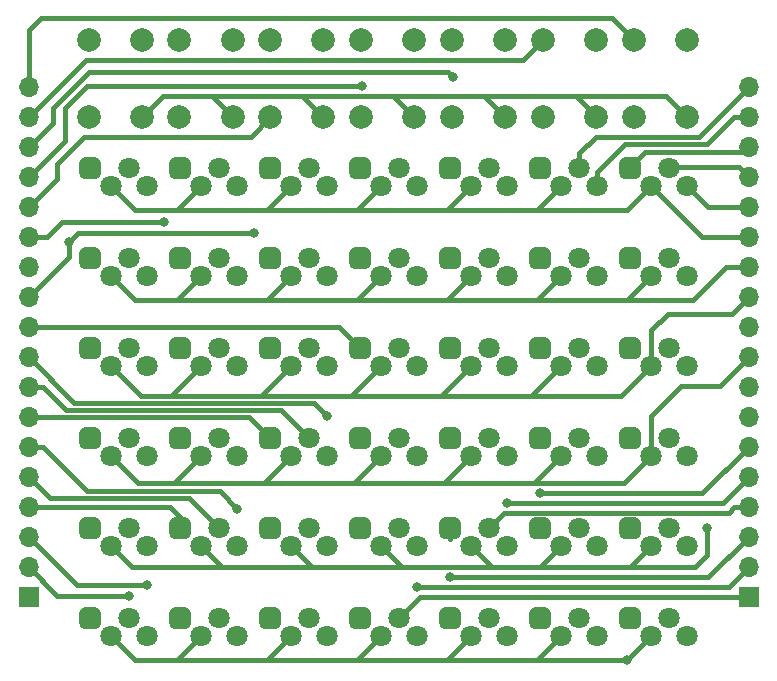
<source format=gbr>
G04 #@! TF.GenerationSoftware,KiCad,Pcbnew,(5.1.5)-3*
G04 #@! TF.CreationDate,2020-03-12T17:28:52-04:00*
G04 #@! TF.ProjectId,PCB,5043422e-6b69-4636-9164-5f7063625858,rev?*
G04 #@! TF.SameCoordinates,Original*
G04 #@! TF.FileFunction,Copper,L1,Top*
G04 #@! TF.FilePolarity,Positive*
%FSLAX46Y46*%
G04 Gerber Fmt 4.6, Leading zero omitted, Abs format (unit mm)*
G04 Created by KiCad (PCBNEW (5.1.5)-3) date 2020-03-12 17:28:52*
%MOMM*%
%LPD*%
G04 APERTURE LIST*
%ADD10C,2.000000*%
%ADD11O,1.700000X1.700000*%
%ADD12R,1.700000X1.700000*%
%ADD13C,0.100000*%
%ADD14C,1.800000*%
%ADD15C,0.800000*%
%ADD16C,0.381000*%
G04 APERTURE END LIST*
D10*
X236673000Y-53190000D03*
X241173000Y-53190000D03*
X236673000Y-59690000D03*
X241173000Y-59690000D03*
X228977500Y-53190000D03*
X233477500Y-53190000D03*
X228977500Y-59690000D03*
X233477500Y-59690000D03*
X221282000Y-53190000D03*
X225782000Y-53190000D03*
X221282000Y-59690000D03*
X225782000Y-59690000D03*
X213586500Y-53190000D03*
X218086500Y-53190000D03*
X213586500Y-59690000D03*
X218086500Y-59690000D03*
X205891000Y-53190000D03*
X210391000Y-53190000D03*
X205891000Y-59690000D03*
X210391000Y-59690000D03*
X198195500Y-53190000D03*
X202695500Y-53190000D03*
X198195500Y-59690000D03*
X202695500Y-59690000D03*
X190500000Y-53190000D03*
X195000000Y-53190000D03*
X190500000Y-59690000D03*
X195000000Y-59690000D03*
D11*
X246380000Y-57150000D03*
X246380000Y-59690000D03*
X246380000Y-62230000D03*
X246380000Y-64770000D03*
X246380000Y-67310000D03*
X246380000Y-69850000D03*
X246380000Y-72390000D03*
X246380000Y-74930000D03*
X246380000Y-77470000D03*
X246380000Y-80010000D03*
X246380000Y-82550000D03*
X246380000Y-85090000D03*
X246380000Y-87630000D03*
X246380000Y-90170000D03*
X246380000Y-92710000D03*
X246380000Y-95250000D03*
X246380000Y-97790000D03*
D12*
X246380000Y-100330000D03*
X185420000Y-100330000D03*
D11*
X185420000Y-97790000D03*
X185420000Y-95250000D03*
X185420000Y-92710000D03*
X185420000Y-90170000D03*
X185420000Y-87630000D03*
X185420000Y-85090000D03*
X185420000Y-82550000D03*
X185420000Y-80010000D03*
X185420000Y-77470000D03*
X185420000Y-74930000D03*
X185420000Y-72390000D03*
X185420000Y-69850000D03*
X185420000Y-67310000D03*
X185420000Y-64770000D03*
X185420000Y-62230000D03*
X185420000Y-59690000D03*
X185420000Y-57150000D03*
G04 #@! TA.AperFunction,ComponentPad*
D13*
G36*
X206361108Y-101210167D02*
G01*
X206404791Y-101216647D01*
X206447628Y-101227377D01*
X206489208Y-101242254D01*
X206529129Y-101261135D01*
X206567007Y-101283839D01*
X206602477Y-101310145D01*
X206635198Y-101339802D01*
X206664855Y-101372523D01*
X206691161Y-101407993D01*
X206713865Y-101445871D01*
X206732746Y-101485792D01*
X206747623Y-101527372D01*
X206758353Y-101570209D01*
X206764833Y-101613892D01*
X206767000Y-101658000D01*
X206767000Y-102558000D01*
X206764833Y-102602108D01*
X206758353Y-102645791D01*
X206747623Y-102688628D01*
X206732746Y-102730208D01*
X206713865Y-102770129D01*
X206691161Y-102808007D01*
X206664855Y-102843477D01*
X206635198Y-102876198D01*
X206602477Y-102905855D01*
X206567007Y-102932161D01*
X206529129Y-102954865D01*
X206489208Y-102973746D01*
X206447628Y-102988623D01*
X206404791Y-102999353D01*
X206361108Y-103005833D01*
X206317000Y-103008000D01*
X205417000Y-103008000D01*
X205372892Y-103005833D01*
X205329209Y-102999353D01*
X205286372Y-102988623D01*
X205244792Y-102973746D01*
X205204871Y-102954865D01*
X205166993Y-102932161D01*
X205131523Y-102905855D01*
X205098802Y-102876198D01*
X205069145Y-102843477D01*
X205042839Y-102808007D01*
X205020135Y-102770129D01*
X205001254Y-102730208D01*
X204986377Y-102688628D01*
X204975647Y-102645791D01*
X204969167Y-102602108D01*
X204967000Y-102558000D01*
X204967000Y-101658000D01*
X204969167Y-101613892D01*
X204975647Y-101570209D01*
X204986377Y-101527372D01*
X205001254Y-101485792D01*
X205020135Y-101445871D01*
X205042839Y-101407993D01*
X205069145Y-101372523D01*
X205098802Y-101339802D01*
X205131523Y-101310145D01*
X205166993Y-101283839D01*
X205204871Y-101261135D01*
X205244792Y-101242254D01*
X205286372Y-101227377D01*
X205329209Y-101216647D01*
X205372892Y-101210167D01*
X205417000Y-101208000D01*
X206317000Y-101208000D01*
X206361108Y-101210167D01*
G37*
G04 #@! TD.AperFunction*
D14*
X207645000Y-103632000D03*
X209169000Y-102108000D03*
X210693000Y-103632000D03*
G04 #@! TA.AperFunction,ComponentPad*
D13*
G36*
X236841108Y-101210167D02*
G01*
X236884791Y-101216647D01*
X236927628Y-101227377D01*
X236969208Y-101242254D01*
X237009129Y-101261135D01*
X237047007Y-101283839D01*
X237082477Y-101310145D01*
X237115198Y-101339802D01*
X237144855Y-101372523D01*
X237171161Y-101407993D01*
X237193865Y-101445871D01*
X237212746Y-101485792D01*
X237227623Y-101527372D01*
X237238353Y-101570209D01*
X237244833Y-101613892D01*
X237247000Y-101658000D01*
X237247000Y-102558000D01*
X237244833Y-102602108D01*
X237238353Y-102645791D01*
X237227623Y-102688628D01*
X237212746Y-102730208D01*
X237193865Y-102770129D01*
X237171161Y-102808007D01*
X237144855Y-102843477D01*
X237115198Y-102876198D01*
X237082477Y-102905855D01*
X237047007Y-102932161D01*
X237009129Y-102954865D01*
X236969208Y-102973746D01*
X236927628Y-102988623D01*
X236884791Y-102999353D01*
X236841108Y-103005833D01*
X236797000Y-103008000D01*
X235897000Y-103008000D01*
X235852892Y-103005833D01*
X235809209Y-102999353D01*
X235766372Y-102988623D01*
X235724792Y-102973746D01*
X235684871Y-102954865D01*
X235646993Y-102932161D01*
X235611523Y-102905855D01*
X235578802Y-102876198D01*
X235549145Y-102843477D01*
X235522839Y-102808007D01*
X235500135Y-102770129D01*
X235481254Y-102730208D01*
X235466377Y-102688628D01*
X235455647Y-102645791D01*
X235449167Y-102602108D01*
X235447000Y-102558000D01*
X235447000Y-101658000D01*
X235449167Y-101613892D01*
X235455647Y-101570209D01*
X235466377Y-101527372D01*
X235481254Y-101485792D01*
X235500135Y-101445871D01*
X235522839Y-101407993D01*
X235549145Y-101372523D01*
X235578802Y-101339802D01*
X235611523Y-101310145D01*
X235646993Y-101283839D01*
X235684871Y-101261135D01*
X235724792Y-101242254D01*
X235766372Y-101227377D01*
X235809209Y-101216647D01*
X235852892Y-101210167D01*
X235897000Y-101208000D01*
X236797000Y-101208000D01*
X236841108Y-101210167D01*
G37*
G04 #@! TD.AperFunction*
D14*
X238125000Y-103632000D03*
X239649000Y-102108000D03*
X241173000Y-103632000D03*
G04 #@! TA.AperFunction,ComponentPad*
D13*
G36*
X229221108Y-101210167D02*
G01*
X229264791Y-101216647D01*
X229307628Y-101227377D01*
X229349208Y-101242254D01*
X229389129Y-101261135D01*
X229427007Y-101283839D01*
X229462477Y-101310145D01*
X229495198Y-101339802D01*
X229524855Y-101372523D01*
X229551161Y-101407993D01*
X229573865Y-101445871D01*
X229592746Y-101485792D01*
X229607623Y-101527372D01*
X229618353Y-101570209D01*
X229624833Y-101613892D01*
X229627000Y-101658000D01*
X229627000Y-102558000D01*
X229624833Y-102602108D01*
X229618353Y-102645791D01*
X229607623Y-102688628D01*
X229592746Y-102730208D01*
X229573865Y-102770129D01*
X229551161Y-102808007D01*
X229524855Y-102843477D01*
X229495198Y-102876198D01*
X229462477Y-102905855D01*
X229427007Y-102932161D01*
X229389129Y-102954865D01*
X229349208Y-102973746D01*
X229307628Y-102988623D01*
X229264791Y-102999353D01*
X229221108Y-103005833D01*
X229177000Y-103008000D01*
X228277000Y-103008000D01*
X228232892Y-103005833D01*
X228189209Y-102999353D01*
X228146372Y-102988623D01*
X228104792Y-102973746D01*
X228064871Y-102954865D01*
X228026993Y-102932161D01*
X227991523Y-102905855D01*
X227958802Y-102876198D01*
X227929145Y-102843477D01*
X227902839Y-102808007D01*
X227880135Y-102770129D01*
X227861254Y-102730208D01*
X227846377Y-102688628D01*
X227835647Y-102645791D01*
X227829167Y-102602108D01*
X227827000Y-102558000D01*
X227827000Y-101658000D01*
X227829167Y-101613892D01*
X227835647Y-101570209D01*
X227846377Y-101527372D01*
X227861254Y-101485792D01*
X227880135Y-101445871D01*
X227902839Y-101407993D01*
X227929145Y-101372523D01*
X227958802Y-101339802D01*
X227991523Y-101310145D01*
X228026993Y-101283839D01*
X228064871Y-101261135D01*
X228104792Y-101242254D01*
X228146372Y-101227377D01*
X228189209Y-101216647D01*
X228232892Y-101210167D01*
X228277000Y-101208000D01*
X229177000Y-101208000D01*
X229221108Y-101210167D01*
G37*
G04 #@! TD.AperFunction*
D14*
X230505000Y-103632000D03*
X232029000Y-102108000D03*
X233553000Y-103632000D03*
G04 #@! TA.AperFunction,ComponentPad*
D13*
G36*
X221601108Y-101210167D02*
G01*
X221644791Y-101216647D01*
X221687628Y-101227377D01*
X221729208Y-101242254D01*
X221769129Y-101261135D01*
X221807007Y-101283839D01*
X221842477Y-101310145D01*
X221875198Y-101339802D01*
X221904855Y-101372523D01*
X221931161Y-101407993D01*
X221953865Y-101445871D01*
X221972746Y-101485792D01*
X221987623Y-101527372D01*
X221998353Y-101570209D01*
X222004833Y-101613892D01*
X222007000Y-101658000D01*
X222007000Y-102558000D01*
X222004833Y-102602108D01*
X221998353Y-102645791D01*
X221987623Y-102688628D01*
X221972746Y-102730208D01*
X221953865Y-102770129D01*
X221931161Y-102808007D01*
X221904855Y-102843477D01*
X221875198Y-102876198D01*
X221842477Y-102905855D01*
X221807007Y-102932161D01*
X221769129Y-102954865D01*
X221729208Y-102973746D01*
X221687628Y-102988623D01*
X221644791Y-102999353D01*
X221601108Y-103005833D01*
X221557000Y-103008000D01*
X220657000Y-103008000D01*
X220612892Y-103005833D01*
X220569209Y-102999353D01*
X220526372Y-102988623D01*
X220484792Y-102973746D01*
X220444871Y-102954865D01*
X220406993Y-102932161D01*
X220371523Y-102905855D01*
X220338802Y-102876198D01*
X220309145Y-102843477D01*
X220282839Y-102808007D01*
X220260135Y-102770129D01*
X220241254Y-102730208D01*
X220226377Y-102688628D01*
X220215647Y-102645791D01*
X220209167Y-102602108D01*
X220207000Y-102558000D01*
X220207000Y-101658000D01*
X220209167Y-101613892D01*
X220215647Y-101570209D01*
X220226377Y-101527372D01*
X220241254Y-101485792D01*
X220260135Y-101445871D01*
X220282839Y-101407993D01*
X220309145Y-101372523D01*
X220338802Y-101339802D01*
X220371523Y-101310145D01*
X220406993Y-101283839D01*
X220444871Y-101261135D01*
X220484792Y-101242254D01*
X220526372Y-101227377D01*
X220569209Y-101216647D01*
X220612892Y-101210167D01*
X220657000Y-101208000D01*
X221557000Y-101208000D01*
X221601108Y-101210167D01*
G37*
G04 #@! TD.AperFunction*
D14*
X222885000Y-103632000D03*
X224409000Y-102108000D03*
X225933000Y-103632000D03*
G04 #@! TA.AperFunction,ComponentPad*
D13*
G36*
X213981108Y-101210167D02*
G01*
X214024791Y-101216647D01*
X214067628Y-101227377D01*
X214109208Y-101242254D01*
X214149129Y-101261135D01*
X214187007Y-101283839D01*
X214222477Y-101310145D01*
X214255198Y-101339802D01*
X214284855Y-101372523D01*
X214311161Y-101407993D01*
X214333865Y-101445871D01*
X214352746Y-101485792D01*
X214367623Y-101527372D01*
X214378353Y-101570209D01*
X214384833Y-101613892D01*
X214387000Y-101658000D01*
X214387000Y-102558000D01*
X214384833Y-102602108D01*
X214378353Y-102645791D01*
X214367623Y-102688628D01*
X214352746Y-102730208D01*
X214333865Y-102770129D01*
X214311161Y-102808007D01*
X214284855Y-102843477D01*
X214255198Y-102876198D01*
X214222477Y-102905855D01*
X214187007Y-102932161D01*
X214149129Y-102954865D01*
X214109208Y-102973746D01*
X214067628Y-102988623D01*
X214024791Y-102999353D01*
X213981108Y-103005833D01*
X213937000Y-103008000D01*
X213037000Y-103008000D01*
X212992892Y-103005833D01*
X212949209Y-102999353D01*
X212906372Y-102988623D01*
X212864792Y-102973746D01*
X212824871Y-102954865D01*
X212786993Y-102932161D01*
X212751523Y-102905855D01*
X212718802Y-102876198D01*
X212689145Y-102843477D01*
X212662839Y-102808007D01*
X212640135Y-102770129D01*
X212621254Y-102730208D01*
X212606377Y-102688628D01*
X212595647Y-102645791D01*
X212589167Y-102602108D01*
X212587000Y-102558000D01*
X212587000Y-101658000D01*
X212589167Y-101613892D01*
X212595647Y-101570209D01*
X212606377Y-101527372D01*
X212621254Y-101485792D01*
X212640135Y-101445871D01*
X212662839Y-101407993D01*
X212689145Y-101372523D01*
X212718802Y-101339802D01*
X212751523Y-101310145D01*
X212786993Y-101283839D01*
X212824871Y-101261135D01*
X212864792Y-101242254D01*
X212906372Y-101227377D01*
X212949209Y-101216647D01*
X212992892Y-101210167D01*
X213037000Y-101208000D01*
X213937000Y-101208000D01*
X213981108Y-101210167D01*
G37*
G04 #@! TD.AperFunction*
D14*
X215265000Y-103632000D03*
X216789000Y-102108000D03*
X218313000Y-103632000D03*
G04 #@! TA.AperFunction,ComponentPad*
D13*
G36*
X198741108Y-101210167D02*
G01*
X198784791Y-101216647D01*
X198827628Y-101227377D01*
X198869208Y-101242254D01*
X198909129Y-101261135D01*
X198947007Y-101283839D01*
X198982477Y-101310145D01*
X199015198Y-101339802D01*
X199044855Y-101372523D01*
X199071161Y-101407993D01*
X199093865Y-101445871D01*
X199112746Y-101485792D01*
X199127623Y-101527372D01*
X199138353Y-101570209D01*
X199144833Y-101613892D01*
X199147000Y-101658000D01*
X199147000Y-102558000D01*
X199144833Y-102602108D01*
X199138353Y-102645791D01*
X199127623Y-102688628D01*
X199112746Y-102730208D01*
X199093865Y-102770129D01*
X199071161Y-102808007D01*
X199044855Y-102843477D01*
X199015198Y-102876198D01*
X198982477Y-102905855D01*
X198947007Y-102932161D01*
X198909129Y-102954865D01*
X198869208Y-102973746D01*
X198827628Y-102988623D01*
X198784791Y-102999353D01*
X198741108Y-103005833D01*
X198697000Y-103008000D01*
X197797000Y-103008000D01*
X197752892Y-103005833D01*
X197709209Y-102999353D01*
X197666372Y-102988623D01*
X197624792Y-102973746D01*
X197584871Y-102954865D01*
X197546993Y-102932161D01*
X197511523Y-102905855D01*
X197478802Y-102876198D01*
X197449145Y-102843477D01*
X197422839Y-102808007D01*
X197400135Y-102770129D01*
X197381254Y-102730208D01*
X197366377Y-102688628D01*
X197355647Y-102645791D01*
X197349167Y-102602108D01*
X197347000Y-102558000D01*
X197347000Y-101658000D01*
X197349167Y-101613892D01*
X197355647Y-101570209D01*
X197366377Y-101527372D01*
X197381254Y-101485792D01*
X197400135Y-101445871D01*
X197422839Y-101407993D01*
X197449145Y-101372523D01*
X197478802Y-101339802D01*
X197511523Y-101310145D01*
X197546993Y-101283839D01*
X197584871Y-101261135D01*
X197624792Y-101242254D01*
X197666372Y-101227377D01*
X197709209Y-101216647D01*
X197752892Y-101210167D01*
X197797000Y-101208000D01*
X198697000Y-101208000D01*
X198741108Y-101210167D01*
G37*
G04 #@! TD.AperFunction*
D14*
X200025000Y-103632000D03*
X201549000Y-102108000D03*
X203073000Y-103632000D03*
G04 #@! TA.AperFunction,ComponentPad*
D13*
G36*
X191121108Y-101210167D02*
G01*
X191164791Y-101216647D01*
X191207628Y-101227377D01*
X191249208Y-101242254D01*
X191289129Y-101261135D01*
X191327007Y-101283839D01*
X191362477Y-101310145D01*
X191395198Y-101339802D01*
X191424855Y-101372523D01*
X191451161Y-101407993D01*
X191473865Y-101445871D01*
X191492746Y-101485792D01*
X191507623Y-101527372D01*
X191518353Y-101570209D01*
X191524833Y-101613892D01*
X191527000Y-101658000D01*
X191527000Y-102558000D01*
X191524833Y-102602108D01*
X191518353Y-102645791D01*
X191507623Y-102688628D01*
X191492746Y-102730208D01*
X191473865Y-102770129D01*
X191451161Y-102808007D01*
X191424855Y-102843477D01*
X191395198Y-102876198D01*
X191362477Y-102905855D01*
X191327007Y-102932161D01*
X191289129Y-102954865D01*
X191249208Y-102973746D01*
X191207628Y-102988623D01*
X191164791Y-102999353D01*
X191121108Y-103005833D01*
X191077000Y-103008000D01*
X190177000Y-103008000D01*
X190132892Y-103005833D01*
X190089209Y-102999353D01*
X190046372Y-102988623D01*
X190004792Y-102973746D01*
X189964871Y-102954865D01*
X189926993Y-102932161D01*
X189891523Y-102905855D01*
X189858802Y-102876198D01*
X189829145Y-102843477D01*
X189802839Y-102808007D01*
X189780135Y-102770129D01*
X189761254Y-102730208D01*
X189746377Y-102688628D01*
X189735647Y-102645791D01*
X189729167Y-102602108D01*
X189727000Y-102558000D01*
X189727000Y-101658000D01*
X189729167Y-101613892D01*
X189735647Y-101570209D01*
X189746377Y-101527372D01*
X189761254Y-101485792D01*
X189780135Y-101445871D01*
X189802839Y-101407993D01*
X189829145Y-101372523D01*
X189858802Y-101339802D01*
X189891523Y-101310145D01*
X189926993Y-101283839D01*
X189964871Y-101261135D01*
X190004792Y-101242254D01*
X190046372Y-101227377D01*
X190089209Y-101216647D01*
X190132892Y-101210167D01*
X190177000Y-101208000D01*
X191077000Y-101208000D01*
X191121108Y-101210167D01*
G37*
G04 #@! TD.AperFunction*
D14*
X192405000Y-103632000D03*
X193929000Y-102108000D03*
X195453000Y-103632000D03*
G04 #@! TA.AperFunction,ComponentPad*
D13*
G36*
X236841108Y-93590167D02*
G01*
X236884791Y-93596647D01*
X236927628Y-93607377D01*
X236969208Y-93622254D01*
X237009129Y-93641135D01*
X237047007Y-93663839D01*
X237082477Y-93690145D01*
X237115198Y-93719802D01*
X237144855Y-93752523D01*
X237171161Y-93787993D01*
X237193865Y-93825871D01*
X237212746Y-93865792D01*
X237227623Y-93907372D01*
X237238353Y-93950209D01*
X237244833Y-93993892D01*
X237247000Y-94038000D01*
X237247000Y-94938000D01*
X237244833Y-94982108D01*
X237238353Y-95025791D01*
X237227623Y-95068628D01*
X237212746Y-95110208D01*
X237193865Y-95150129D01*
X237171161Y-95188007D01*
X237144855Y-95223477D01*
X237115198Y-95256198D01*
X237082477Y-95285855D01*
X237047007Y-95312161D01*
X237009129Y-95334865D01*
X236969208Y-95353746D01*
X236927628Y-95368623D01*
X236884791Y-95379353D01*
X236841108Y-95385833D01*
X236797000Y-95388000D01*
X235897000Y-95388000D01*
X235852892Y-95385833D01*
X235809209Y-95379353D01*
X235766372Y-95368623D01*
X235724792Y-95353746D01*
X235684871Y-95334865D01*
X235646993Y-95312161D01*
X235611523Y-95285855D01*
X235578802Y-95256198D01*
X235549145Y-95223477D01*
X235522839Y-95188007D01*
X235500135Y-95150129D01*
X235481254Y-95110208D01*
X235466377Y-95068628D01*
X235455647Y-95025791D01*
X235449167Y-94982108D01*
X235447000Y-94938000D01*
X235447000Y-94038000D01*
X235449167Y-93993892D01*
X235455647Y-93950209D01*
X235466377Y-93907372D01*
X235481254Y-93865792D01*
X235500135Y-93825871D01*
X235522839Y-93787993D01*
X235549145Y-93752523D01*
X235578802Y-93719802D01*
X235611523Y-93690145D01*
X235646993Y-93663839D01*
X235684871Y-93641135D01*
X235724792Y-93622254D01*
X235766372Y-93607377D01*
X235809209Y-93596647D01*
X235852892Y-93590167D01*
X235897000Y-93588000D01*
X236797000Y-93588000D01*
X236841108Y-93590167D01*
G37*
G04 #@! TD.AperFunction*
D14*
X238125000Y-96012000D03*
X239649000Y-94488000D03*
X241173000Y-96012000D03*
G04 #@! TA.AperFunction,ComponentPad*
D13*
G36*
X229221108Y-93590167D02*
G01*
X229264791Y-93596647D01*
X229307628Y-93607377D01*
X229349208Y-93622254D01*
X229389129Y-93641135D01*
X229427007Y-93663839D01*
X229462477Y-93690145D01*
X229495198Y-93719802D01*
X229524855Y-93752523D01*
X229551161Y-93787993D01*
X229573865Y-93825871D01*
X229592746Y-93865792D01*
X229607623Y-93907372D01*
X229618353Y-93950209D01*
X229624833Y-93993892D01*
X229627000Y-94038000D01*
X229627000Y-94938000D01*
X229624833Y-94982108D01*
X229618353Y-95025791D01*
X229607623Y-95068628D01*
X229592746Y-95110208D01*
X229573865Y-95150129D01*
X229551161Y-95188007D01*
X229524855Y-95223477D01*
X229495198Y-95256198D01*
X229462477Y-95285855D01*
X229427007Y-95312161D01*
X229389129Y-95334865D01*
X229349208Y-95353746D01*
X229307628Y-95368623D01*
X229264791Y-95379353D01*
X229221108Y-95385833D01*
X229177000Y-95388000D01*
X228277000Y-95388000D01*
X228232892Y-95385833D01*
X228189209Y-95379353D01*
X228146372Y-95368623D01*
X228104792Y-95353746D01*
X228064871Y-95334865D01*
X228026993Y-95312161D01*
X227991523Y-95285855D01*
X227958802Y-95256198D01*
X227929145Y-95223477D01*
X227902839Y-95188007D01*
X227880135Y-95150129D01*
X227861254Y-95110208D01*
X227846377Y-95068628D01*
X227835647Y-95025791D01*
X227829167Y-94982108D01*
X227827000Y-94938000D01*
X227827000Y-94038000D01*
X227829167Y-93993892D01*
X227835647Y-93950209D01*
X227846377Y-93907372D01*
X227861254Y-93865792D01*
X227880135Y-93825871D01*
X227902839Y-93787993D01*
X227929145Y-93752523D01*
X227958802Y-93719802D01*
X227991523Y-93690145D01*
X228026993Y-93663839D01*
X228064871Y-93641135D01*
X228104792Y-93622254D01*
X228146372Y-93607377D01*
X228189209Y-93596647D01*
X228232892Y-93590167D01*
X228277000Y-93588000D01*
X229177000Y-93588000D01*
X229221108Y-93590167D01*
G37*
G04 #@! TD.AperFunction*
D14*
X230505000Y-96012000D03*
X232029000Y-94488000D03*
X233553000Y-96012000D03*
G04 #@! TA.AperFunction,ComponentPad*
D13*
G36*
X221601108Y-93590167D02*
G01*
X221644791Y-93596647D01*
X221687628Y-93607377D01*
X221729208Y-93622254D01*
X221769129Y-93641135D01*
X221807007Y-93663839D01*
X221842477Y-93690145D01*
X221875198Y-93719802D01*
X221904855Y-93752523D01*
X221931161Y-93787993D01*
X221953865Y-93825871D01*
X221972746Y-93865792D01*
X221987623Y-93907372D01*
X221998353Y-93950209D01*
X222004833Y-93993892D01*
X222007000Y-94038000D01*
X222007000Y-94938000D01*
X222004833Y-94982108D01*
X221998353Y-95025791D01*
X221987623Y-95068628D01*
X221972746Y-95110208D01*
X221953865Y-95150129D01*
X221931161Y-95188007D01*
X221904855Y-95223477D01*
X221875198Y-95256198D01*
X221842477Y-95285855D01*
X221807007Y-95312161D01*
X221769129Y-95334865D01*
X221729208Y-95353746D01*
X221687628Y-95368623D01*
X221644791Y-95379353D01*
X221601108Y-95385833D01*
X221557000Y-95388000D01*
X220657000Y-95388000D01*
X220612892Y-95385833D01*
X220569209Y-95379353D01*
X220526372Y-95368623D01*
X220484792Y-95353746D01*
X220444871Y-95334865D01*
X220406993Y-95312161D01*
X220371523Y-95285855D01*
X220338802Y-95256198D01*
X220309145Y-95223477D01*
X220282839Y-95188007D01*
X220260135Y-95150129D01*
X220241254Y-95110208D01*
X220226377Y-95068628D01*
X220215647Y-95025791D01*
X220209167Y-94982108D01*
X220207000Y-94938000D01*
X220207000Y-94038000D01*
X220209167Y-93993892D01*
X220215647Y-93950209D01*
X220226377Y-93907372D01*
X220241254Y-93865792D01*
X220260135Y-93825871D01*
X220282839Y-93787993D01*
X220309145Y-93752523D01*
X220338802Y-93719802D01*
X220371523Y-93690145D01*
X220406993Y-93663839D01*
X220444871Y-93641135D01*
X220484792Y-93622254D01*
X220526372Y-93607377D01*
X220569209Y-93596647D01*
X220612892Y-93590167D01*
X220657000Y-93588000D01*
X221557000Y-93588000D01*
X221601108Y-93590167D01*
G37*
G04 #@! TD.AperFunction*
D14*
X222885000Y-96012000D03*
X224409000Y-94488000D03*
X225933000Y-96012000D03*
G04 #@! TA.AperFunction,ComponentPad*
D13*
G36*
X213981108Y-93590167D02*
G01*
X214024791Y-93596647D01*
X214067628Y-93607377D01*
X214109208Y-93622254D01*
X214149129Y-93641135D01*
X214187007Y-93663839D01*
X214222477Y-93690145D01*
X214255198Y-93719802D01*
X214284855Y-93752523D01*
X214311161Y-93787993D01*
X214333865Y-93825871D01*
X214352746Y-93865792D01*
X214367623Y-93907372D01*
X214378353Y-93950209D01*
X214384833Y-93993892D01*
X214387000Y-94038000D01*
X214387000Y-94938000D01*
X214384833Y-94982108D01*
X214378353Y-95025791D01*
X214367623Y-95068628D01*
X214352746Y-95110208D01*
X214333865Y-95150129D01*
X214311161Y-95188007D01*
X214284855Y-95223477D01*
X214255198Y-95256198D01*
X214222477Y-95285855D01*
X214187007Y-95312161D01*
X214149129Y-95334865D01*
X214109208Y-95353746D01*
X214067628Y-95368623D01*
X214024791Y-95379353D01*
X213981108Y-95385833D01*
X213937000Y-95388000D01*
X213037000Y-95388000D01*
X212992892Y-95385833D01*
X212949209Y-95379353D01*
X212906372Y-95368623D01*
X212864792Y-95353746D01*
X212824871Y-95334865D01*
X212786993Y-95312161D01*
X212751523Y-95285855D01*
X212718802Y-95256198D01*
X212689145Y-95223477D01*
X212662839Y-95188007D01*
X212640135Y-95150129D01*
X212621254Y-95110208D01*
X212606377Y-95068628D01*
X212595647Y-95025791D01*
X212589167Y-94982108D01*
X212587000Y-94938000D01*
X212587000Y-94038000D01*
X212589167Y-93993892D01*
X212595647Y-93950209D01*
X212606377Y-93907372D01*
X212621254Y-93865792D01*
X212640135Y-93825871D01*
X212662839Y-93787993D01*
X212689145Y-93752523D01*
X212718802Y-93719802D01*
X212751523Y-93690145D01*
X212786993Y-93663839D01*
X212824871Y-93641135D01*
X212864792Y-93622254D01*
X212906372Y-93607377D01*
X212949209Y-93596647D01*
X212992892Y-93590167D01*
X213037000Y-93588000D01*
X213937000Y-93588000D01*
X213981108Y-93590167D01*
G37*
G04 #@! TD.AperFunction*
D14*
X215265000Y-96012000D03*
X216789000Y-94488000D03*
X218313000Y-96012000D03*
G04 #@! TA.AperFunction,ComponentPad*
D13*
G36*
X206361108Y-93590167D02*
G01*
X206404791Y-93596647D01*
X206447628Y-93607377D01*
X206489208Y-93622254D01*
X206529129Y-93641135D01*
X206567007Y-93663839D01*
X206602477Y-93690145D01*
X206635198Y-93719802D01*
X206664855Y-93752523D01*
X206691161Y-93787993D01*
X206713865Y-93825871D01*
X206732746Y-93865792D01*
X206747623Y-93907372D01*
X206758353Y-93950209D01*
X206764833Y-93993892D01*
X206767000Y-94038000D01*
X206767000Y-94938000D01*
X206764833Y-94982108D01*
X206758353Y-95025791D01*
X206747623Y-95068628D01*
X206732746Y-95110208D01*
X206713865Y-95150129D01*
X206691161Y-95188007D01*
X206664855Y-95223477D01*
X206635198Y-95256198D01*
X206602477Y-95285855D01*
X206567007Y-95312161D01*
X206529129Y-95334865D01*
X206489208Y-95353746D01*
X206447628Y-95368623D01*
X206404791Y-95379353D01*
X206361108Y-95385833D01*
X206317000Y-95388000D01*
X205417000Y-95388000D01*
X205372892Y-95385833D01*
X205329209Y-95379353D01*
X205286372Y-95368623D01*
X205244792Y-95353746D01*
X205204871Y-95334865D01*
X205166993Y-95312161D01*
X205131523Y-95285855D01*
X205098802Y-95256198D01*
X205069145Y-95223477D01*
X205042839Y-95188007D01*
X205020135Y-95150129D01*
X205001254Y-95110208D01*
X204986377Y-95068628D01*
X204975647Y-95025791D01*
X204969167Y-94982108D01*
X204967000Y-94938000D01*
X204967000Y-94038000D01*
X204969167Y-93993892D01*
X204975647Y-93950209D01*
X204986377Y-93907372D01*
X205001254Y-93865792D01*
X205020135Y-93825871D01*
X205042839Y-93787993D01*
X205069145Y-93752523D01*
X205098802Y-93719802D01*
X205131523Y-93690145D01*
X205166993Y-93663839D01*
X205204871Y-93641135D01*
X205244792Y-93622254D01*
X205286372Y-93607377D01*
X205329209Y-93596647D01*
X205372892Y-93590167D01*
X205417000Y-93588000D01*
X206317000Y-93588000D01*
X206361108Y-93590167D01*
G37*
G04 #@! TD.AperFunction*
D14*
X207645000Y-96012000D03*
X209169000Y-94488000D03*
X210693000Y-96012000D03*
G04 #@! TA.AperFunction,ComponentPad*
D13*
G36*
X198741108Y-93590167D02*
G01*
X198784791Y-93596647D01*
X198827628Y-93607377D01*
X198869208Y-93622254D01*
X198909129Y-93641135D01*
X198947007Y-93663839D01*
X198982477Y-93690145D01*
X199015198Y-93719802D01*
X199044855Y-93752523D01*
X199071161Y-93787993D01*
X199093865Y-93825871D01*
X199112746Y-93865792D01*
X199127623Y-93907372D01*
X199138353Y-93950209D01*
X199144833Y-93993892D01*
X199147000Y-94038000D01*
X199147000Y-94938000D01*
X199144833Y-94982108D01*
X199138353Y-95025791D01*
X199127623Y-95068628D01*
X199112746Y-95110208D01*
X199093865Y-95150129D01*
X199071161Y-95188007D01*
X199044855Y-95223477D01*
X199015198Y-95256198D01*
X198982477Y-95285855D01*
X198947007Y-95312161D01*
X198909129Y-95334865D01*
X198869208Y-95353746D01*
X198827628Y-95368623D01*
X198784791Y-95379353D01*
X198741108Y-95385833D01*
X198697000Y-95388000D01*
X197797000Y-95388000D01*
X197752892Y-95385833D01*
X197709209Y-95379353D01*
X197666372Y-95368623D01*
X197624792Y-95353746D01*
X197584871Y-95334865D01*
X197546993Y-95312161D01*
X197511523Y-95285855D01*
X197478802Y-95256198D01*
X197449145Y-95223477D01*
X197422839Y-95188007D01*
X197400135Y-95150129D01*
X197381254Y-95110208D01*
X197366377Y-95068628D01*
X197355647Y-95025791D01*
X197349167Y-94982108D01*
X197347000Y-94938000D01*
X197347000Y-94038000D01*
X197349167Y-93993892D01*
X197355647Y-93950209D01*
X197366377Y-93907372D01*
X197381254Y-93865792D01*
X197400135Y-93825871D01*
X197422839Y-93787993D01*
X197449145Y-93752523D01*
X197478802Y-93719802D01*
X197511523Y-93690145D01*
X197546993Y-93663839D01*
X197584871Y-93641135D01*
X197624792Y-93622254D01*
X197666372Y-93607377D01*
X197709209Y-93596647D01*
X197752892Y-93590167D01*
X197797000Y-93588000D01*
X198697000Y-93588000D01*
X198741108Y-93590167D01*
G37*
G04 #@! TD.AperFunction*
D14*
X200025000Y-96012000D03*
X201549000Y-94488000D03*
X203073000Y-96012000D03*
G04 #@! TA.AperFunction,ComponentPad*
D13*
G36*
X191121108Y-93590167D02*
G01*
X191164791Y-93596647D01*
X191207628Y-93607377D01*
X191249208Y-93622254D01*
X191289129Y-93641135D01*
X191327007Y-93663839D01*
X191362477Y-93690145D01*
X191395198Y-93719802D01*
X191424855Y-93752523D01*
X191451161Y-93787993D01*
X191473865Y-93825871D01*
X191492746Y-93865792D01*
X191507623Y-93907372D01*
X191518353Y-93950209D01*
X191524833Y-93993892D01*
X191527000Y-94038000D01*
X191527000Y-94938000D01*
X191524833Y-94982108D01*
X191518353Y-95025791D01*
X191507623Y-95068628D01*
X191492746Y-95110208D01*
X191473865Y-95150129D01*
X191451161Y-95188007D01*
X191424855Y-95223477D01*
X191395198Y-95256198D01*
X191362477Y-95285855D01*
X191327007Y-95312161D01*
X191289129Y-95334865D01*
X191249208Y-95353746D01*
X191207628Y-95368623D01*
X191164791Y-95379353D01*
X191121108Y-95385833D01*
X191077000Y-95388000D01*
X190177000Y-95388000D01*
X190132892Y-95385833D01*
X190089209Y-95379353D01*
X190046372Y-95368623D01*
X190004792Y-95353746D01*
X189964871Y-95334865D01*
X189926993Y-95312161D01*
X189891523Y-95285855D01*
X189858802Y-95256198D01*
X189829145Y-95223477D01*
X189802839Y-95188007D01*
X189780135Y-95150129D01*
X189761254Y-95110208D01*
X189746377Y-95068628D01*
X189735647Y-95025791D01*
X189729167Y-94982108D01*
X189727000Y-94938000D01*
X189727000Y-94038000D01*
X189729167Y-93993892D01*
X189735647Y-93950209D01*
X189746377Y-93907372D01*
X189761254Y-93865792D01*
X189780135Y-93825871D01*
X189802839Y-93787993D01*
X189829145Y-93752523D01*
X189858802Y-93719802D01*
X189891523Y-93690145D01*
X189926993Y-93663839D01*
X189964871Y-93641135D01*
X190004792Y-93622254D01*
X190046372Y-93607377D01*
X190089209Y-93596647D01*
X190132892Y-93590167D01*
X190177000Y-93588000D01*
X191077000Y-93588000D01*
X191121108Y-93590167D01*
G37*
G04 #@! TD.AperFunction*
D14*
X192405000Y-96012000D03*
X193929000Y-94488000D03*
X195453000Y-96012000D03*
G04 #@! TA.AperFunction,ComponentPad*
D13*
G36*
X236841108Y-85970167D02*
G01*
X236884791Y-85976647D01*
X236927628Y-85987377D01*
X236969208Y-86002254D01*
X237009129Y-86021135D01*
X237047007Y-86043839D01*
X237082477Y-86070145D01*
X237115198Y-86099802D01*
X237144855Y-86132523D01*
X237171161Y-86167993D01*
X237193865Y-86205871D01*
X237212746Y-86245792D01*
X237227623Y-86287372D01*
X237238353Y-86330209D01*
X237244833Y-86373892D01*
X237247000Y-86418000D01*
X237247000Y-87318000D01*
X237244833Y-87362108D01*
X237238353Y-87405791D01*
X237227623Y-87448628D01*
X237212746Y-87490208D01*
X237193865Y-87530129D01*
X237171161Y-87568007D01*
X237144855Y-87603477D01*
X237115198Y-87636198D01*
X237082477Y-87665855D01*
X237047007Y-87692161D01*
X237009129Y-87714865D01*
X236969208Y-87733746D01*
X236927628Y-87748623D01*
X236884791Y-87759353D01*
X236841108Y-87765833D01*
X236797000Y-87768000D01*
X235897000Y-87768000D01*
X235852892Y-87765833D01*
X235809209Y-87759353D01*
X235766372Y-87748623D01*
X235724792Y-87733746D01*
X235684871Y-87714865D01*
X235646993Y-87692161D01*
X235611523Y-87665855D01*
X235578802Y-87636198D01*
X235549145Y-87603477D01*
X235522839Y-87568007D01*
X235500135Y-87530129D01*
X235481254Y-87490208D01*
X235466377Y-87448628D01*
X235455647Y-87405791D01*
X235449167Y-87362108D01*
X235447000Y-87318000D01*
X235447000Y-86418000D01*
X235449167Y-86373892D01*
X235455647Y-86330209D01*
X235466377Y-86287372D01*
X235481254Y-86245792D01*
X235500135Y-86205871D01*
X235522839Y-86167993D01*
X235549145Y-86132523D01*
X235578802Y-86099802D01*
X235611523Y-86070145D01*
X235646993Y-86043839D01*
X235684871Y-86021135D01*
X235724792Y-86002254D01*
X235766372Y-85987377D01*
X235809209Y-85976647D01*
X235852892Y-85970167D01*
X235897000Y-85968000D01*
X236797000Y-85968000D01*
X236841108Y-85970167D01*
G37*
G04 #@! TD.AperFunction*
D14*
X238125000Y-88392000D03*
X239649000Y-86868000D03*
X241173000Y-88392000D03*
G04 #@! TA.AperFunction,ComponentPad*
D13*
G36*
X229221108Y-85970167D02*
G01*
X229264791Y-85976647D01*
X229307628Y-85987377D01*
X229349208Y-86002254D01*
X229389129Y-86021135D01*
X229427007Y-86043839D01*
X229462477Y-86070145D01*
X229495198Y-86099802D01*
X229524855Y-86132523D01*
X229551161Y-86167993D01*
X229573865Y-86205871D01*
X229592746Y-86245792D01*
X229607623Y-86287372D01*
X229618353Y-86330209D01*
X229624833Y-86373892D01*
X229627000Y-86418000D01*
X229627000Y-87318000D01*
X229624833Y-87362108D01*
X229618353Y-87405791D01*
X229607623Y-87448628D01*
X229592746Y-87490208D01*
X229573865Y-87530129D01*
X229551161Y-87568007D01*
X229524855Y-87603477D01*
X229495198Y-87636198D01*
X229462477Y-87665855D01*
X229427007Y-87692161D01*
X229389129Y-87714865D01*
X229349208Y-87733746D01*
X229307628Y-87748623D01*
X229264791Y-87759353D01*
X229221108Y-87765833D01*
X229177000Y-87768000D01*
X228277000Y-87768000D01*
X228232892Y-87765833D01*
X228189209Y-87759353D01*
X228146372Y-87748623D01*
X228104792Y-87733746D01*
X228064871Y-87714865D01*
X228026993Y-87692161D01*
X227991523Y-87665855D01*
X227958802Y-87636198D01*
X227929145Y-87603477D01*
X227902839Y-87568007D01*
X227880135Y-87530129D01*
X227861254Y-87490208D01*
X227846377Y-87448628D01*
X227835647Y-87405791D01*
X227829167Y-87362108D01*
X227827000Y-87318000D01*
X227827000Y-86418000D01*
X227829167Y-86373892D01*
X227835647Y-86330209D01*
X227846377Y-86287372D01*
X227861254Y-86245792D01*
X227880135Y-86205871D01*
X227902839Y-86167993D01*
X227929145Y-86132523D01*
X227958802Y-86099802D01*
X227991523Y-86070145D01*
X228026993Y-86043839D01*
X228064871Y-86021135D01*
X228104792Y-86002254D01*
X228146372Y-85987377D01*
X228189209Y-85976647D01*
X228232892Y-85970167D01*
X228277000Y-85968000D01*
X229177000Y-85968000D01*
X229221108Y-85970167D01*
G37*
G04 #@! TD.AperFunction*
D14*
X230505000Y-88392000D03*
X232029000Y-86868000D03*
X233553000Y-88392000D03*
G04 #@! TA.AperFunction,ComponentPad*
D13*
G36*
X221601108Y-85970167D02*
G01*
X221644791Y-85976647D01*
X221687628Y-85987377D01*
X221729208Y-86002254D01*
X221769129Y-86021135D01*
X221807007Y-86043839D01*
X221842477Y-86070145D01*
X221875198Y-86099802D01*
X221904855Y-86132523D01*
X221931161Y-86167993D01*
X221953865Y-86205871D01*
X221972746Y-86245792D01*
X221987623Y-86287372D01*
X221998353Y-86330209D01*
X222004833Y-86373892D01*
X222007000Y-86418000D01*
X222007000Y-87318000D01*
X222004833Y-87362108D01*
X221998353Y-87405791D01*
X221987623Y-87448628D01*
X221972746Y-87490208D01*
X221953865Y-87530129D01*
X221931161Y-87568007D01*
X221904855Y-87603477D01*
X221875198Y-87636198D01*
X221842477Y-87665855D01*
X221807007Y-87692161D01*
X221769129Y-87714865D01*
X221729208Y-87733746D01*
X221687628Y-87748623D01*
X221644791Y-87759353D01*
X221601108Y-87765833D01*
X221557000Y-87768000D01*
X220657000Y-87768000D01*
X220612892Y-87765833D01*
X220569209Y-87759353D01*
X220526372Y-87748623D01*
X220484792Y-87733746D01*
X220444871Y-87714865D01*
X220406993Y-87692161D01*
X220371523Y-87665855D01*
X220338802Y-87636198D01*
X220309145Y-87603477D01*
X220282839Y-87568007D01*
X220260135Y-87530129D01*
X220241254Y-87490208D01*
X220226377Y-87448628D01*
X220215647Y-87405791D01*
X220209167Y-87362108D01*
X220207000Y-87318000D01*
X220207000Y-86418000D01*
X220209167Y-86373892D01*
X220215647Y-86330209D01*
X220226377Y-86287372D01*
X220241254Y-86245792D01*
X220260135Y-86205871D01*
X220282839Y-86167993D01*
X220309145Y-86132523D01*
X220338802Y-86099802D01*
X220371523Y-86070145D01*
X220406993Y-86043839D01*
X220444871Y-86021135D01*
X220484792Y-86002254D01*
X220526372Y-85987377D01*
X220569209Y-85976647D01*
X220612892Y-85970167D01*
X220657000Y-85968000D01*
X221557000Y-85968000D01*
X221601108Y-85970167D01*
G37*
G04 #@! TD.AperFunction*
D14*
X222885000Y-88392000D03*
X224409000Y-86868000D03*
X225933000Y-88392000D03*
G04 #@! TA.AperFunction,ComponentPad*
D13*
G36*
X213981108Y-85970167D02*
G01*
X214024791Y-85976647D01*
X214067628Y-85987377D01*
X214109208Y-86002254D01*
X214149129Y-86021135D01*
X214187007Y-86043839D01*
X214222477Y-86070145D01*
X214255198Y-86099802D01*
X214284855Y-86132523D01*
X214311161Y-86167993D01*
X214333865Y-86205871D01*
X214352746Y-86245792D01*
X214367623Y-86287372D01*
X214378353Y-86330209D01*
X214384833Y-86373892D01*
X214387000Y-86418000D01*
X214387000Y-87318000D01*
X214384833Y-87362108D01*
X214378353Y-87405791D01*
X214367623Y-87448628D01*
X214352746Y-87490208D01*
X214333865Y-87530129D01*
X214311161Y-87568007D01*
X214284855Y-87603477D01*
X214255198Y-87636198D01*
X214222477Y-87665855D01*
X214187007Y-87692161D01*
X214149129Y-87714865D01*
X214109208Y-87733746D01*
X214067628Y-87748623D01*
X214024791Y-87759353D01*
X213981108Y-87765833D01*
X213937000Y-87768000D01*
X213037000Y-87768000D01*
X212992892Y-87765833D01*
X212949209Y-87759353D01*
X212906372Y-87748623D01*
X212864792Y-87733746D01*
X212824871Y-87714865D01*
X212786993Y-87692161D01*
X212751523Y-87665855D01*
X212718802Y-87636198D01*
X212689145Y-87603477D01*
X212662839Y-87568007D01*
X212640135Y-87530129D01*
X212621254Y-87490208D01*
X212606377Y-87448628D01*
X212595647Y-87405791D01*
X212589167Y-87362108D01*
X212587000Y-87318000D01*
X212587000Y-86418000D01*
X212589167Y-86373892D01*
X212595647Y-86330209D01*
X212606377Y-86287372D01*
X212621254Y-86245792D01*
X212640135Y-86205871D01*
X212662839Y-86167993D01*
X212689145Y-86132523D01*
X212718802Y-86099802D01*
X212751523Y-86070145D01*
X212786993Y-86043839D01*
X212824871Y-86021135D01*
X212864792Y-86002254D01*
X212906372Y-85987377D01*
X212949209Y-85976647D01*
X212992892Y-85970167D01*
X213037000Y-85968000D01*
X213937000Y-85968000D01*
X213981108Y-85970167D01*
G37*
G04 #@! TD.AperFunction*
D14*
X215265000Y-88392000D03*
X216789000Y-86868000D03*
X218313000Y-88392000D03*
G04 #@! TA.AperFunction,ComponentPad*
D13*
G36*
X206361108Y-85970167D02*
G01*
X206404791Y-85976647D01*
X206447628Y-85987377D01*
X206489208Y-86002254D01*
X206529129Y-86021135D01*
X206567007Y-86043839D01*
X206602477Y-86070145D01*
X206635198Y-86099802D01*
X206664855Y-86132523D01*
X206691161Y-86167993D01*
X206713865Y-86205871D01*
X206732746Y-86245792D01*
X206747623Y-86287372D01*
X206758353Y-86330209D01*
X206764833Y-86373892D01*
X206767000Y-86418000D01*
X206767000Y-87318000D01*
X206764833Y-87362108D01*
X206758353Y-87405791D01*
X206747623Y-87448628D01*
X206732746Y-87490208D01*
X206713865Y-87530129D01*
X206691161Y-87568007D01*
X206664855Y-87603477D01*
X206635198Y-87636198D01*
X206602477Y-87665855D01*
X206567007Y-87692161D01*
X206529129Y-87714865D01*
X206489208Y-87733746D01*
X206447628Y-87748623D01*
X206404791Y-87759353D01*
X206361108Y-87765833D01*
X206317000Y-87768000D01*
X205417000Y-87768000D01*
X205372892Y-87765833D01*
X205329209Y-87759353D01*
X205286372Y-87748623D01*
X205244792Y-87733746D01*
X205204871Y-87714865D01*
X205166993Y-87692161D01*
X205131523Y-87665855D01*
X205098802Y-87636198D01*
X205069145Y-87603477D01*
X205042839Y-87568007D01*
X205020135Y-87530129D01*
X205001254Y-87490208D01*
X204986377Y-87448628D01*
X204975647Y-87405791D01*
X204969167Y-87362108D01*
X204967000Y-87318000D01*
X204967000Y-86418000D01*
X204969167Y-86373892D01*
X204975647Y-86330209D01*
X204986377Y-86287372D01*
X205001254Y-86245792D01*
X205020135Y-86205871D01*
X205042839Y-86167993D01*
X205069145Y-86132523D01*
X205098802Y-86099802D01*
X205131523Y-86070145D01*
X205166993Y-86043839D01*
X205204871Y-86021135D01*
X205244792Y-86002254D01*
X205286372Y-85987377D01*
X205329209Y-85976647D01*
X205372892Y-85970167D01*
X205417000Y-85968000D01*
X206317000Y-85968000D01*
X206361108Y-85970167D01*
G37*
G04 #@! TD.AperFunction*
D14*
X207645000Y-88392000D03*
X209169000Y-86868000D03*
X210693000Y-88392000D03*
G04 #@! TA.AperFunction,ComponentPad*
D13*
G36*
X198741108Y-85970167D02*
G01*
X198784791Y-85976647D01*
X198827628Y-85987377D01*
X198869208Y-86002254D01*
X198909129Y-86021135D01*
X198947007Y-86043839D01*
X198982477Y-86070145D01*
X199015198Y-86099802D01*
X199044855Y-86132523D01*
X199071161Y-86167993D01*
X199093865Y-86205871D01*
X199112746Y-86245792D01*
X199127623Y-86287372D01*
X199138353Y-86330209D01*
X199144833Y-86373892D01*
X199147000Y-86418000D01*
X199147000Y-87318000D01*
X199144833Y-87362108D01*
X199138353Y-87405791D01*
X199127623Y-87448628D01*
X199112746Y-87490208D01*
X199093865Y-87530129D01*
X199071161Y-87568007D01*
X199044855Y-87603477D01*
X199015198Y-87636198D01*
X198982477Y-87665855D01*
X198947007Y-87692161D01*
X198909129Y-87714865D01*
X198869208Y-87733746D01*
X198827628Y-87748623D01*
X198784791Y-87759353D01*
X198741108Y-87765833D01*
X198697000Y-87768000D01*
X197797000Y-87768000D01*
X197752892Y-87765833D01*
X197709209Y-87759353D01*
X197666372Y-87748623D01*
X197624792Y-87733746D01*
X197584871Y-87714865D01*
X197546993Y-87692161D01*
X197511523Y-87665855D01*
X197478802Y-87636198D01*
X197449145Y-87603477D01*
X197422839Y-87568007D01*
X197400135Y-87530129D01*
X197381254Y-87490208D01*
X197366377Y-87448628D01*
X197355647Y-87405791D01*
X197349167Y-87362108D01*
X197347000Y-87318000D01*
X197347000Y-86418000D01*
X197349167Y-86373892D01*
X197355647Y-86330209D01*
X197366377Y-86287372D01*
X197381254Y-86245792D01*
X197400135Y-86205871D01*
X197422839Y-86167993D01*
X197449145Y-86132523D01*
X197478802Y-86099802D01*
X197511523Y-86070145D01*
X197546993Y-86043839D01*
X197584871Y-86021135D01*
X197624792Y-86002254D01*
X197666372Y-85987377D01*
X197709209Y-85976647D01*
X197752892Y-85970167D01*
X197797000Y-85968000D01*
X198697000Y-85968000D01*
X198741108Y-85970167D01*
G37*
G04 #@! TD.AperFunction*
D14*
X200025000Y-88392000D03*
X201549000Y-86868000D03*
X203073000Y-88392000D03*
G04 #@! TA.AperFunction,ComponentPad*
D13*
G36*
X191121108Y-85970167D02*
G01*
X191164791Y-85976647D01*
X191207628Y-85987377D01*
X191249208Y-86002254D01*
X191289129Y-86021135D01*
X191327007Y-86043839D01*
X191362477Y-86070145D01*
X191395198Y-86099802D01*
X191424855Y-86132523D01*
X191451161Y-86167993D01*
X191473865Y-86205871D01*
X191492746Y-86245792D01*
X191507623Y-86287372D01*
X191518353Y-86330209D01*
X191524833Y-86373892D01*
X191527000Y-86418000D01*
X191527000Y-87318000D01*
X191524833Y-87362108D01*
X191518353Y-87405791D01*
X191507623Y-87448628D01*
X191492746Y-87490208D01*
X191473865Y-87530129D01*
X191451161Y-87568007D01*
X191424855Y-87603477D01*
X191395198Y-87636198D01*
X191362477Y-87665855D01*
X191327007Y-87692161D01*
X191289129Y-87714865D01*
X191249208Y-87733746D01*
X191207628Y-87748623D01*
X191164791Y-87759353D01*
X191121108Y-87765833D01*
X191077000Y-87768000D01*
X190177000Y-87768000D01*
X190132892Y-87765833D01*
X190089209Y-87759353D01*
X190046372Y-87748623D01*
X190004792Y-87733746D01*
X189964871Y-87714865D01*
X189926993Y-87692161D01*
X189891523Y-87665855D01*
X189858802Y-87636198D01*
X189829145Y-87603477D01*
X189802839Y-87568007D01*
X189780135Y-87530129D01*
X189761254Y-87490208D01*
X189746377Y-87448628D01*
X189735647Y-87405791D01*
X189729167Y-87362108D01*
X189727000Y-87318000D01*
X189727000Y-86418000D01*
X189729167Y-86373892D01*
X189735647Y-86330209D01*
X189746377Y-86287372D01*
X189761254Y-86245792D01*
X189780135Y-86205871D01*
X189802839Y-86167993D01*
X189829145Y-86132523D01*
X189858802Y-86099802D01*
X189891523Y-86070145D01*
X189926993Y-86043839D01*
X189964871Y-86021135D01*
X190004792Y-86002254D01*
X190046372Y-85987377D01*
X190089209Y-85976647D01*
X190132892Y-85970167D01*
X190177000Y-85968000D01*
X191077000Y-85968000D01*
X191121108Y-85970167D01*
G37*
G04 #@! TD.AperFunction*
D14*
X192405000Y-88392000D03*
X193929000Y-86868000D03*
X195453000Y-88392000D03*
G04 #@! TA.AperFunction,ComponentPad*
D13*
G36*
X236841108Y-78350167D02*
G01*
X236884791Y-78356647D01*
X236927628Y-78367377D01*
X236969208Y-78382254D01*
X237009129Y-78401135D01*
X237047007Y-78423839D01*
X237082477Y-78450145D01*
X237115198Y-78479802D01*
X237144855Y-78512523D01*
X237171161Y-78547993D01*
X237193865Y-78585871D01*
X237212746Y-78625792D01*
X237227623Y-78667372D01*
X237238353Y-78710209D01*
X237244833Y-78753892D01*
X237247000Y-78798000D01*
X237247000Y-79698000D01*
X237244833Y-79742108D01*
X237238353Y-79785791D01*
X237227623Y-79828628D01*
X237212746Y-79870208D01*
X237193865Y-79910129D01*
X237171161Y-79948007D01*
X237144855Y-79983477D01*
X237115198Y-80016198D01*
X237082477Y-80045855D01*
X237047007Y-80072161D01*
X237009129Y-80094865D01*
X236969208Y-80113746D01*
X236927628Y-80128623D01*
X236884791Y-80139353D01*
X236841108Y-80145833D01*
X236797000Y-80148000D01*
X235897000Y-80148000D01*
X235852892Y-80145833D01*
X235809209Y-80139353D01*
X235766372Y-80128623D01*
X235724792Y-80113746D01*
X235684871Y-80094865D01*
X235646993Y-80072161D01*
X235611523Y-80045855D01*
X235578802Y-80016198D01*
X235549145Y-79983477D01*
X235522839Y-79948007D01*
X235500135Y-79910129D01*
X235481254Y-79870208D01*
X235466377Y-79828628D01*
X235455647Y-79785791D01*
X235449167Y-79742108D01*
X235447000Y-79698000D01*
X235447000Y-78798000D01*
X235449167Y-78753892D01*
X235455647Y-78710209D01*
X235466377Y-78667372D01*
X235481254Y-78625792D01*
X235500135Y-78585871D01*
X235522839Y-78547993D01*
X235549145Y-78512523D01*
X235578802Y-78479802D01*
X235611523Y-78450145D01*
X235646993Y-78423839D01*
X235684871Y-78401135D01*
X235724792Y-78382254D01*
X235766372Y-78367377D01*
X235809209Y-78356647D01*
X235852892Y-78350167D01*
X235897000Y-78348000D01*
X236797000Y-78348000D01*
X236841108Y-78350167D01*
G37*
G04 #@! TD.AperFunction*
D14*
X238125000Y-80772000D03*
X239649000Y-79248000D03*
X241173000Y-80772000D03*
G04 #@! TA.AperFunction,ComponentPad*
D13*
G36*
X229221108Y-78350167D02*
G01*
X229264791Y-78356647D01*
X229307628Y-78367377D01*
X229349208Y-78382254D01*
X229389129Y-78401135D01*
X229427007Y-78423839D01*
X229462477Y-78450145D01*
X229495198Y-78479802D01*
X229524855Y-78512523D01*
X229551161Y-78547993D01*
X229573865Y-78585871D01*
X229592746Y-78625792D01*
X229607623Y-78667372D01*
X229618353Y-78710209D01*
X229624833Y-78753892D01*
X229627000Y-78798000D01*
X229627000Y-79698000D01*
X229624833Y-79742108D01*
X229618353Y-79785791D01*
X229607623Y-79828628D01*
X229592746Y-79870208D01*
X229573865Y-79910129D01*
X229551161Y-79948007D01*
X229524855Y-79983477D01*
X229495198Y-80016198D01*
X229462477Y-80045855D01*
X229427007Y-80072161D01*
X229389129Y-80094865D01*
X229349208Y-80113746D01*
X229307628Y-80128623D01*
X229264791Y-80139353D01*
X229221108Y-80145833D01*
X229177000Y-80148000D01*
X228277000Y-80148000D01*
X228232892Y-80145833D01*
X228189209Y-80139353D01*
X228146372Y-80128623D01*
X228104792Y-80113746D01*
X228064871Y-80094865D01*
X228026993Y-80072161D01*
X227991523Y-80045855D01*
X227958802Y-80016198D01*
X227929145Y-79983477D01*
X227902839Y-79948007D01*
X227880135Y-79910129D01*
X227861254Y-79870208D01*
X227846377Y-79828628D01*
X227835647Y-79785791D01*
X227829167Y-79742108D01*
X227827000Y-79698000D01*
X227827000Y-78798000D01*
X227829167Y-78753892D01*
X227835647Y-78710209D01*
X227846377Y-78667372D01*
X227861254Y-78625792D01*
X227880135Y-78585871D01*
X227902839Y-78547993D01*
X227929145Y-78512523D01*
X227958802Y-78479802D01*
X227991523Y-78450145D01*
X228026993Y-78423839D01*
X228064871Y-78401135D01*
X228104792Y-78382254D01*
X228146372Y-78367377D01*
X228189209Y-78356647D01*
X228232892Y-78350167D01*
X228277000Y-78348000D01*
X229177000Y-78348000D01*
X229221108Y-78350167D01*
G37*
G04 #@! TD.AperFunction*
D14*
X230505000Y-80772000D03*
X232029000Y-79248000D03*
X233553000Y-80772000D03*
G04 #@! TA.AperFunction,ComponentPad*
D13*
G36*
X221601108Y-78350167D02*
G01*
X221644791Y-78356647D01*
X221687628Y-78367377D01*
X221729208Y-78382254D01*
X221769129Y-78401135D01*
X221807007Y-78423839D01*
X221842477Y-78450145D01*
X221875198Y-78479802D01*
X221904855Y-78512523D01*
X221931161Y-78547993D01*
X221953865Y-78585871D01*
X221972746Y-78625792D01*
X221987623Y-78667372D01*
X221998353Y-78710209D01*
X222004833Y-78753892D01*
X222007000Y-78798000D01*
X222007000Y-79698000D01*
X222004833Y-79742108D01*
X221998353Y-79785791D01*
X221987623Y-79828628D01*
X221972746Y-79870208D01*
X221953865Y-79910129D01*
X221931161Y-79948007D01*
X221904855Y-79983477D01*
X221875198Y-80016198D01*
X221842477Y-80045855D01*
X221807007Y-80072161D01*
X221769129Y-80094865D01*
X221729208Y-80113746D01*
X221687628Y-80128623D01*
X221644791Y-80139353D01*
X221601108Y-80145833D01*
X221557000Y-80148000D01*
X220657000Y-80148000D01*
X220612892Y-80145833D01*
X220569209Y-80139353D01*
X220526372Y-80128623D01*
X220484792Y-80113746D01*
X220444871Y-80094865D01*
X220406993Y-80072161D01*
X220371523Y-80045855D01*
X220338802Y-80016198D01*
X220309145Y-79983477D01*
X220282839Y-79948007D01*
X220260135Y-79910129D01*
X220241254Y-79870208D01*
X220226377Y-79828628D01*
X220215647Y-79785791D01*
X220209167Y-79742108D01*
X220207000Y-79698000D01*
X220207000Y-78798000D01*
X220209167Y-78753892D01*
X220215647Y-78710209D01*
X220226377Y-78667372D01*
X220241254Y-78625792D01*
X220260135Y-78585871D01*
X220282839Y-78547993D01*
X220309145Y-78512523D01*
X220338802Y-78479802D01*
X220371523Y-78450145D01*
X220406993Y-78423839D01*
X220444871Y-78401135D01*
X220484792Y-78382254D01*
X220526372Y-78367377D01*
X220569209Y-78356647D01*
X220612892Y-78350167D01*
X220657000Y-78348000D01*
X221557000Y-78348000D01*
X221601108Y-78350167D01*
G37*
G04 #@! TD.AperFunction*
D14*
X222885000Y-80772000D03*
X224409000Y-79248000D03*
X225933000Y-80772000D03*
G04 #@! TA.AperFunction,ComponentPad*
D13*
G36*
X213981108Y-78350167D02*
G01*
X214024791Y-78356647D01*
X214067628Y-78367377D01*
X214109208Y-78382254D01*
X214149129Y-78401135D01*
X214187007Y-78423839D01*
X214222477Y-78450145D01*
X214255198Y-78479802D01*
X214284855Y-78512523D01*
X214311161Y-78547993D01*
X214333865Y-78585871D01*
X214352746Y-78625792D01*
X214367623Y-78667372D01*
X214378353Y-78710209D01*
X214384833Y-78753892D01*
X214387000Y-78798000D01*
X214387000Y-79698000D01*
X214384833Y-79742108D01*
X214378353Y-79785791D01*
X214367623Y-79828628D01*
X214352746Y-79870208D01*
X214333865Y-79910129D01*
X214311161Y-79948007D01*
X214284855Y-79983477D01*
X214255198Y-80016198D01*
X214222477Y-80045855D01*
X214187007Y-80072161D01*
X214149129Y-80094865D01*
X214109208Y-80113746D01*
X214067628Y-80128623D01*
X214024791Y-80139353D01*
X213981108Y-80145833D01*
X213937000Y-80148000D01*
X213037000Y-80148000D01*
X212992892Y-80145833D01*
X212949209Y-80139353D01*
X212906372Y-80128623D01*
X212864792Y-80113746D01*
X212824871Y-80094865D01*
X212786993Y-80072161D01*
X212751523Y-80045855D01*
X212718802Y-80016198D01*
X212689145Y-79983477D01*
X212662839Y-79948007D01*
X212640135Y-79910129D01*
X212621254Y-79870208D01*
X212606377Y-79828628D01*
X212595647Y-79785791D01*
X212589167Y-79742108D01*
X212587000Y-79698000D01*
X212587000Y-78798000D01*
X212589167Y-78753892D01*
X212595647Y-78710209D01*
X212606377Y-78667372D01*
X212621254Y-78625792D01*
X212640135Y-78585871D01*
X212662839Y-78547993D01*
X212689145Y-78512523D01*
X212718802Y-78479802D01*
X212751523Y-78450145D01*
X212786993Y-78423839D01*
X212824871Y-78401135D01*
X212864792Y-78382254D01*
X212906372Y-78367377D01*
X212949209Y-78356647D01*
X212992892Y-78350167D01*
X213037000Y-78348000D01*
X213937000Y-78348000D01*
X213981108Y-78350167D01*
G37*
G04 #@! TD.AperFunction*
D14*
X215265000Y-80772000D03*
X216789000Y-79248000D03*
X218313000Y-80772000D03*
G04 #@! TA.AperFunction,ComponentPad*
D13*
G36*
X206361108Y-78350167D02*
G01*
X206404791Y-78356647D01*
X206447628Y-78367377D01*
X206489208Y-78382254D01*
X206529129Y-78401135D01*
X206567007Y-78423839D01*
X206602477Y-78450145D01*
X206635198Y-78479802D01*
X206664855Y-78512523D01*
X206691161Y-78547993D01*
X206713865Y-78585871D01*
X206732746Y-78625792D01*
X206747623Y-78667372D01*
X206758353Y-78710209D01*
X206764833Y-78753892D01*
X206767000Y-78798000D01*
X206767000Y-79698000D01*
X206764833Y-79742108D01*
X206758353Y-79785791D01*
X206747623Y-79828628D01*
X206732746Y-79870208D01*
X206713865Y-79910129D01*
X206691161Y-79948007D01*
X206664855Y-79983477D01*
X206635198Y-80016198D01*
X206602477Y-80045855D01*
X206567007Y-80072161D01*
X206529129Y-80094865D01*
X206489208Y-80113746D01*
X206447628Y-80128623D01*
X206404791Y-80139353D01*
X206361108Y-80145833D01*
X206317000Y-80148000D01*
X205417000Y-80148000D01*
X205372892Y-80145833D01*
X205329209Y-80139353D01*
X205286372Y-80128623D01*
X205244792Y-80113746D01*
X205204871Y-80094865D01*
X205166993Y-80072161D01*
X205131523Y-80045855D01*
X205098802Y-80016198D01*
X205069145Y-79983477D01*
X205042839Y-79948007D01*
X205020135Y-79910129D01*
X205001254Y-79870208D01*
X204986377Y-79828628D01*
X204975647Y-79785791D01*
X204969167Y-79742108D01*
X204967000Y-79698000D01*
X204967000Y-78798000D01*
X204969167Y-78753892D01*
X204975647Y-78710209D01*
X204986377Y-78667372D01*
X205001254Y-78625792D01*
X205020135Y-78585871D01*
X205042839Y-78547993D01*
X205069145Y-78512523D01*
X205098802Y-78479802D01*
X205131523Y-78450145D01*
X205166993Y-78423839D01*
X205204871Y-78401135D01*
X205244792Y-78382254D01*
X205286372Y-78367377D01*
X205329209Y-78356647D01*
X205372892Y-78350167D01*
X205417000Y-78348000D01*
X206317000Y-78348000D01*
X206361108Y-78350167D01*
G37*
G04 #@! TD.AperFunction*
D14*
X207645000Y-80772000D03*
X209169000Y-79248000D03*
X210693000Y-80772000D03*
G04 #@! TA.AperFunction,ComponentPad*
D13*
G36*
X198741108Y-78350167D02*
G01*
X198784791Y-78356647D01*
X198827628Y-78367377D01*
X198869208Y-78382254D01*
X198909129Y-78401135D01*
X198947007Y-78423839D01*
X198982477Y-78450145D01*
X199015198Y-78479802D01*
X199044855Y-78512523D01*
X199071161Y-78547993D01*
X199093865Y-78585871D01*
X199112746Y-78625792D01*
X199127623Y-78667372D01*
X199138353Y-78710209D01*
X199144833Y-78753892D01*
X199147000Y-78798000D01*
X199147000Y-79698000D01*
X199144833Y-79742108D01*
X199138353Y-79785791D01*
X199127623Y-79828628D01*
X199112746Y-79870208D01*
X199093865Y-79910129D01*
X199071161Y-79948007D01*
X199044855Y-79983477D01*
X199015198Y-80016198D01*
X198982477Y-80045855D01*
X198947007Y-80072161D01*
X198909129Y-80094865D01*
X198869208Y-80113746D01*
X198827628Y-80128623D01*
X198784791Y-80139353D01*
X198741108Y-80145833D01*
X198697000Y-80148000D01*
X197797000Y-80148000D01*
X197752892Y-80145833D01*
X197709209Y-80139353D01*
X197666372Y-80128623D01*
X197624792Y-80113746D01*
X197584871Y-80094865D01*
X197546993Y-80072161D01*
X197511523Y-80045855D01*
X197478802Y-80016198D01*
X197449145Y-79983477D01*
X197422839Y-79948007D01*
X197400135Y-79910129D01*
X197381254Y-79870208D01*
X197366377Y-79828628D01*
X197355647Y-79785791D01*
X197349167Y-79742108D01*
X197347000Y-79698000D01*
X197347000Y-78798000D01*
X197349167Y-78753892D01*
X197355647Y-78710209D01*
X197366377Y-78667372D01*
X197381254Y-78625792D01*
X197400135Y-78585871D01*
X197422839Y-78547993D01*
X197449145Y-78512523D01*
X197478802Y-78479802D01*
X197511523Y-78450145D01*
X197546993Y-78423839D01*
X197584871Y-78401135D01*
X197624792Y-78382254D01*
X197666372Y-78367377D01*
X197709209Y-78356647D01*
X197752892Y-78350167D01*
X197797000Y-78348000D01*
X198697000Y-78348000D01*
X198741108Y-78350167D01*
G37*
G04 #@! TD.AperFunction*
D14*
X200025000Y-80772000D03*
X201549000Y-79248000D03*
X203073000Y-80772000D03*
G04 #@! TA.AperFunction,ComponentPad*
D13*
G36*
X191121108Y-78350167D02*
G01*
X191164791Y-78356647D01*
X191207628Y-78367377D01*
X191249208Y-78382254D01*
X191289129Y-78401135D01*
X191327007Y-78423839D01*
X191362477Y-78450145D01*
X191395198Y-78479802D01*
X191424855Y-78512523D01*
X191451161Y-78547993D01*
X191473865Y-78585871D01*
X191492746Y-78625792D01*
X191507623Y-78667372D01*
X191518353Y-78710209D01*
X191524833Y-78753892D01*
X191527000Y-78798000D01*
X191527000Y-79698000D01*
X191524833Y-79742108D01*
X191518353Y-79785791D01*
X191507623Y-79828628D01*
X191492746Y-79870208D01*
X191473865Y-79910129D01*
X191451161Y-79948007D01*
X191424855Y-79983477D01*
X191395198Y-80016198D01*
X191362477Y-80045855D01*
X191327007Y-80072161D01*
X191289129Y-80094865D01*
X191249208Y-80113746D01*
X191207628Y-80128623D01*
X191164791Y-80139353D01*
X191121108Y-80145833D01*
X191077000Y-80148000D01*
X190177000Y-80148000D01*
X190132892Y-80145833D01*
X190089209Y-80139353D01*
X190046372Y-80128623D01*
X190004792Y-80113746D01*
X189964871Y-80094865D01*
X189926993Y-80072161D01*
X189891523Y-80045855D01*
X189858802Y-80016198D01*
X189829145Y-79983477D01*
X189802839Y-79948007D01*
X189780135Y-79910129D01*
X189761254Y-79870208D01*
X189746377Y-79828628D01*
X189735647Y-79785791D01*
X189729167Y-79742108D01*
X189727000Y-79698000D01*
X189727000Y-78798000D01*
X189729167Y-78753892D01*
X189735647Y-78710209D01*
X189746377Y-78667372D01*
X189761254Y-78625792D01*
X189780135Y-78585871D01*
X189802839Y-78547993D01*
X189829145Y-78512523D01*
X189858802Y-78479802D01*
X189891523Y-78450145D01*
X189926993Y-78423839D01*
X189964871Y-78401135D01*
X190004792Y-78382254D01*
X190046372Y-78367377D01*
X190089209Y-78356647D01*
X190132892Y-78350167D01*
X190177000Y-78348000D01*
X191077000Y-78348000D01*
X191121108Y-78350167D01*
G37*
G04 #@! TD.AperFunction*
D14*
X192405000Y-80772000D03*
X193929000Y-79248000D03*
X195453000Y-80772000D03*
G04 #@! TA.AperFunction,ComponentPad*
D13*
G36*
X236841108Y-70730167D02*
G01*
X236884791Y-70736647D01*
X236927628Y-70747377D01*
X236969208Y-70762254D01*
X237009129Y-70781135D01*
X237047007Y-70803839D01*
X237082477Y-70830145D01*
X237115198Y-70859802D01*
X237144855Y-70892523D01*
X237171161Y-70927993D01*
X237193865Y-70965871D01*
X237212746Y-71005792D01*
X237227623Y-71047372D01*
X237238353Y-71090209D01*
X237244833Y-71133892D01*
X237247000Y-71178000D01*
X237247000Y-72078000D01*
X237244833Y-72122108D01*
X237238353Y-72165791D01*
X237227623Y-72208628D01*
X237212746Y-72250208D01*
X237193865Y-72290129D01*
X237171161Y-72328007D01*
X237144855Y-72363477D01*
X237115198Y-72396198D01*
X237082477Y-72425855D01*
X237047007Y-72452161D01*
X237009129Y-72474865D01*
X236969208Y-72493746D01*
X236927628Y-72508623D01*
X236884791Y-72519353D01*
X236841108Y-72525833D01*
X236797000Y-72528000D01*
X235897000Y-72528000D01*
X235852892Y-72525833D01*
X235809209Y-72519353D01*
X235766372Y-72508623D01*
X235724792Y-72493746D01*
X235684871Y-72474865D01*
X235646993Y-72452161D01*
X235611523Y-72425855D01*
X235578802Y-72396198D01*
X235549145Y-72363477D01*
X235522839Y-72328007D01*
X235500135Y-72290129D01*
X235481254Y-72250208D01*
X235466377Y-72208628D01*
X235455647Y-72165791D01*
X235449167Y-72122108D01*
X235447000Y-72078000D01*
X235447000Y-71178000D01*
X235449167Y-71133892D01*
X235455647Y-71090209D01*
X235466377Y-71047372D01*
X235481254Y-71005792D01*
X235500135Y-70965871D01*
X235522839Y-70927993D01*
X235549145Y-70892523D01*
X235578802Y-70859802D01*
X235611523Y-70830145D01*
X235646993Y-70803839D01*
X235684871Y-70781135D01*
X235724792Y-70762254D01*
X235766372Y-70747377D01*
X235809209Y-70736647D01*
X235852892Y-70730167D01*
X235897000Y-70728000D01*
X236797000Y-70728000D01*
X236841108Y-70730167D01*
G37*
G04 #@! TD.AperFunction*
D14*
X238125000Y-73152000D03*
X239649000Y-71628000D03*
X241173000Y-73152000D03*
G04 #@! TA.AperFunction,ComponentPad*
D13*
G36*
X229221108Y-70730167D02*
G01*
X229264791Y-70736647D01*
X229307628Y-70747377D01*
X229349208Y-70762254D01*
X229389129Y-70781135D01*
X229427007Y-70803839D01*
X229462477Y-70830145D01*
X229495198Y-70859802D01*
X229524855Y-70892523D01*
X229551161Y-70927993D01*
X229573865Y-70965871D01*
X229592746Y-71005792D01*
X229607623Y-71047372D01*
X229618353Y-71090209D01*
X229624833Y-71133892D01*
X229627000Y-71178000D01*
X229627000Y-72078000D01*
X229624833Y-72122108D01*
X229618353Y-72165791D01*
X229607623Y-72208628D01*
X229592746Y-72250208D01*
X229573865Y-72290129D01*
X229551161Y-72328007D01*
X229524855Y-72363477D01*
X229495198Y-72396198D01*
X229462477Y-72425855D01*
X229427007Y-72452161D01*
X229389129Y-72474865D01*
X229349208Y-72493746D01*
X229307628Y-72508623D01*
X229264791Y-72519353D01*
X229221108Y-72525833D01*
X229177000Y-72528000D01*
X228277000Y-72528000D01*
X228232892Y-72525833D01*
X228189209Y-72519353D01*
X228146372Y-72508623D01*
X228104792Y-72493746D01*
X228064871Y-72474865D01*
X228026993Y-72452161D01*
X227991523Y-72425855D01*
X227958802Y-72396198D01*
X227929145Y-72363477D01*
X227902839Y-72328007D01*
X227880135Y-72290129D01*
X227861254Y-72250208D01*
X227846377Y-72208628D01*
X227835647Y-72165791D01*
X227829167Y-72122108D01*
X227827000Y-72078000D01*
X227827000Y-71178000D01*
X227829167Y-71133892D01*
X227835647Y-71090209D01*
X227846377Y-71047372D01*
X227861254Y-71005792D01*
X227880135Y-70965871D01*
X227902839Y-70927993D01*
X227929145Y-70892523D01*
X227958802Y-70859802D01*
X227991523Y-70830145D01*
X228026993Y-70803839D01*
X228064871Y-70781135D01*
X228104792Y-70762254D01*
X228146372Y-70747377D01*
X228189209Y-70736647D01*
X228232892Y-70730167D01*
X228277000Y-70728000D01*
X229177000Y-70728000D01*
X229221108Y-70730167D01*
G37*
G04 #@! TD.AperFunction*
D14*
X230505000Y-73152000D03*
X232029000Y-71628000D03*
X233553000Y-73152000D03*
G04 #@! TA.AperFunction,ComponentPad*
D13*
G36*
X221601108Y-70730167D02*
G01*
X221644791Y-70736647D01*
X221687628Y-70747377D01*
X221729208Y-70762254D01*
X221769129Y-70781135D01*
X221807007Y-70803839D01*
X221842477Y-70830145D01*
X221875198Y-70859802D01*
X221904855Y-70892523D01*
X221931161Y-70927993D01*
X221953865Y-70965871D01*
X221972746Y-71005792D01*
X221987623Y-71047372D01*
X221998353Y-71090209D01*
X222004833Y-71133892D01*
X222007000Y-71178000D01*
X222007000Y-72078000D01*
X222004833Y-72122108D01*
X221998353Y-72165791D01*
X221987623Y-72208628D01*
X221972746Y-72250208D01*
X221953865Y-72290129D01*
X221931161Y-72328007D01*
X221904855Y-72363477D01*
X221875198Y-72396198D01*
X221842477Y-72425855D01*
X221807007Y-72452161D01*
X221769129Y-72474865D01*
X221729208Y-72493746D01*
X221687628Y-72508623D01*
X221644791Y-72519353D01*
X221601108Y-72525833D01*
X221557000Y-72528000D01*
X220657000Y-72528000D01*
X220612892Y-72525833D01*
X220569209Y-72519353D01*
X220526372Y-72508623D01*
X220484792Y-72493746D01*
X220444871Y-72474865D01*
X220406993Y-72452161D01*
X220371523Y-72425855D01*
X220338802Y-72396198D01*
X220309145Y-72363477D01*
X220282839Y-72328007D01*
X220260135Y-72290129D01*
X220241254Y-72250208D01*
X220226377Y-72208628D01*
X220215647Y-72165791D01*
X220209167Y-72122108D01*
X220207000Y-72078000D01*
X220207000Y-71178000D01*
X220209167Y-71133892D01*
X220215647Y-71090209D01*
X220226377Y-71047372D01*
X220241254Y-71005792D01*
X220260135Y-70965871D01*
X220282839Y-70927993D01*
X220309145Y-70892523D01*
X220338802Y-70859802D01*
X220371523Y-70830145D01*
X220406993Y-70803839D01*
X220444871Y-70781135D01*
X220484792Y-70762254D01*
X220526372Y-70747377D01*
X220569209Y-70736647D01*
X220612892Y-70730167D01*
X220657000Y-70728000D01*
X221557000Y-70728000D01*
X221601108Y-70730167D01*
G37*
G04 #@! TD.AperFunction*
D14*
X222885000Y-73152000D03*
X224409000Y-71628000D03*
X225933000Y-73152000D03*
G04 #@! TA.AperFunction,ComponentPad*
D13*
G36*
X213981108Y-70730167D02*
G01*
X214024791Y-70736647D01*
X214067628Y-70747377D01*
X214109208Y-70762254D01*
X214149129Y-70781135D01*
X214187007Y-70803839D01*
X214222477Y-70830145D01*
X214255198Y-70859802D01*
X214284855Y-70892523D01*
X214311161Y-70927993D01*
X214333865Y-70965871D01*
X214352746Y-71005792D01*
X214367623Y-71047372D01*
X214378353Y-71090209D01*
X214384833Y-71133892D01*
X214387000Y-71178000D01*
X214387000Y-72078000D01*
X214384833Y-72122108D01*
X214378353Y-72165791D01*
X214367623Y-72208628D01*
X214352746Y-72250208D01*
X214333865Y-72290129D01*
X214311161Y-72328007D01*
X214284855Y-72363477D01*
X214255198Y-72396198D01*
X214222477Y-72425855D01*
X214187007Y-72452161D01*
X214149129Y-72474865D01*
X214109208Y-72493746D01*
X214067628Y-72508623D01*
X214024791Y-72519353D01*
X213981108Y-72525833D01*
X213937000Y-72528000D01*
X213037000Y-72528000D01*
X212992892Y-72525833D01*
X212949209Y-72519353D01*
X212906372Y-72508623D01*
X212864792Y-72493746D01*
X212824871Y-72474865D01*
X212786993Y-72452161D01*
X212751523Y-72425855D01*
X212718802Y-72396198D01*
X212689145Y-72363477D01*
X212662839Y-72328007D01*
X212640135Y-72290129D01*
X212621254Y-72250208D01*
X212606377Y-72208628D01*
X212595647Y-72165791D01*
X212589167Y-72122108D01*
X212587000Y-72078000D01*
X212587000Y-71178000D01*
X212589167Y-71133892D01*
X212595647Y-71090209D01*
X212606377Y-71047372D01*
X212621254Y-71005792D01*
X212640135Y-70965871D01*
X212662839Y-70927993D01*
X212689145Y-70892523D01*
X212718802Y-70859802D01*
X212751523Y-70830145D01*
X212786993Y-70803839D01*
X212824871Y-70781135D01*
X212864792Y-70762254D01*
X212906372Y-70747377D01*
X212949209Y-70736647D01*
X212992892Y-70730167D01*
X213037000Y-70728000D01*
X213937000Y-70728000D01*
X213981108Y-70730167D01*
G37*
G04 #@! TD.AperFunction*
D14*
X215265000Y-73152000D03*
X216789000Y-71628000D03*
X218313000Y-73152000D03*
G04 #@! TA.AperFunction,ComponentPad*
D13*
G36*
X206361108Y-70730167D02*
G01*
X206404791Y-70736647D01*
X206447628Y-70747377D01*
X206489208Y-70762254D01*
X206529129Y-70781135D01*
X206567007Y-70803839D01*
X206602477Y-70830145D01*
X206635198Y-70859802D01*
X206664855Y-70892523D01*
X206691161Y-70927993D01*
X206713865Y-70965871D01*
X206732746Y-71005792D01*
X206747623Y-71047372D01*
X206758353Y-71090209D01*
X206764833Y-71133892D01*
X206767000Y-71178000D01*
X206767000Y-72078000D01*
X206764833Y-72122108D01*
X206758353Y-72165791D01*
X206747623Y-72208628D01*
X206732746Y-72250208D01*
X206713865Y-72290129D01*
X206691161Y-72328007D01*
X206664855Y-72363477D01*
X206635198Y-72396198D01*
X206602477Y-72425855D01*
X206567007Y-72452161D01*
X206529129Y-72474865D01*
X206489208Y-72493746D01*
X206447628Y-72508623D01*
X206404791Y-72519353D01*
X206361108Y-72525833D01*
X206317000Y-72528000D01*
X205417000Y-72528000D01*
X205372892Y-72525833D01*
X205329209Y-72519353D01*
X205286372Y-72508623D01*
X205244792Y-72493746D01*
X205204871Y-72474865D01*
X205166993Y-72452161D01*
X205131523Y-72425855D01*
X205098802Y-72396198D01*
X205069145Y-72363477D01*
X205042839Y-72328007D01*
X205020135Y-72290129D01*
X205001254Y-72250208D01*
X204986377Y-72208628D01*
X204975647Y-72165791D01*
X204969167Y-72122108D01*
X204967000Y-72078000D01*
X204967000Y-71178000D01*
X204969167Y-71133892D01*
X204975647Y-71090209D01*
X204986377Y-71047372D01*
X205001254Y-71005792D01*
X205020135Y-70965871D01*
X205042839Y-70927993D01*
X205069145Y-70892523D01*
X205098802Y-70859802D01*
X205131523Y-70830145D01*
X205166993Y-70803839D01*
X205204871Y-70781135D01*
X205244792Y-70762254D01*
X205286372Y-70747377D01*
X205329209Y-70736647D01*
X205372892Y-70730167D01*
X205417000Y-70728000D01*
X206317000Y-70728000D01*
X206361108Y-70730167D01*
G37*
G04 #@! TD.AperFunction*
D14*
X207645000Y-73152000D03*
X209169000Y-71628000D03*
X210693000Y-73152000D03*
G04 #@! TA.AperFunction,ComponentPad*
D13*
G36*
X198741108Y-70730167D02*
G01*
X198784791Y-70736647D01*
X198827628Y-70747377D01*
X198869208Y-70762254D01*
X198909129Y-70781135D01*
X198947007Y-70803839D01*
X198982477Y-70830145D01*
X199015198Y-70859802D01*
X199044855Y-70892523D01*
X199071161Y-70927993D01*
X199093865Y-70965871D01*
X199112746Y-71005792D01*
X199127623Y-71047372D01*
X199138353Y-71090209D01*
X199144833Y-71133892D01*
X199147000Y-71178000D01*
X199147000Y-72078000D01*
X199144833Y-72122108D01*
X199138353Y-72165791D01*
X199127623Y-72208628D01*
X199112746Y-72250208D01*
X199093865Y-72290129D01*
X199071161Y-72328007D01*
X199044855Y-72363477D01*
X199015198Y-72396198D01*
X198982477Y-72425855D01*
X198947007Y-72452161D01*
X198909129Y-72474865D01*
X198869208Y-72493746D01*
X198827628Y-72508623D01*
X198784791Y-72519353D01*
X198741108Y-72525833D01*
X198697000Y-72528000D01*
X197797000Y-72528000D01*
X197752892Y-72525833D01*
X197709209Y-72519353D01*
X197666372Y-72508623D01*
X197624792Y-72493746D01*
X197584871Y-72474865D01*
X197546993Y-72452161D01*
X197511523Y-72425855D01*
X197478802Y-72396198D01*
X197449145Y-72363477D01*
X197422839Y-72328007D01*
X197400135Y-72290129D01*
X197381254Y-72250208D01*
X197366377Y-72208628D01*
X197355647Y-72165791D01*
X197349167Y-72122108D01*
X197347000Y-72078000D01*
X197347000Y-71178000D01*
X197349167Y-71133892D01*
X197355647Y-71090209D01*
X197366377Y-71047372D01*
X197381254Y-71005792D01*
X197400135Y-70965871D01*
X197422839Y-70927993D01*
X197449145Y-70892523D01*
X197478802Y-70859802D01*
X197511523Y-70830145D01*
X197546993Y-70803839D01*
X197584871Y-70781135D01*
X197624792Y-70762254D01*
X197666372Y-70747377D01*
X197709209Y-70736647D01*
X197752892Y-70730167D01*
X197797000Y-70728000D01*
X198697000Y-70728000D01*
X198741108Y-70730167D01*
G37*
G04 #@! TD.AperFunction*
D14*
X200025000Y-73152000D03*
X201549000Y-71628000D03*
X203073000Y-73152000D03*
G04 #@! TA.AperFunction,ComponentPad*
D13*
G36*
X191121108Y-70730167D02*
G01*
X191164791Y-70736647D01*
X191207628Y-70747377D01*
X191249208Y-70762254D01*
X191289129Y-70781135D01*
X191327007Y-70803839D01*
X191362477Y-70830145D01*
X191395198Y-70859802D01*
X191424855Y-70892523D01*
X191451161Y-70927993D01*
X191473865Y-70965871D01*
X191492746Y-71005792D01*
X191507623Y-71047372D01*
X191518353Y-71090209D01*
X191524833Y-71133892D01*
X191527000Y-71178000D01*
X191527000Y-72078000D01*
X191524833Y-72122108D01*
X191518353Y-72165791D01*
X191507623Y-72208628D01*
X191492746Y-72250208D01*
X191473865Y-72290129D01*
X191451161Y-72328007D01*
X191424855Y-72363477D01*
X191395198Y-72396198D01*
X191362477Y-72425855D01*
X191327007Y-72452161D01*
X191289129Y-72474865D01*
X191249208Y-72493746D01*
X191207628Y-72508623D01*
X191164791Y-72519353D01*
X191121108Y-72525833D01*
X191077000Y-72528000D01*
X190177000Y-72528000D01*
X190132892Y-72525833D01*
X190089209Y-72519353D01*
X190046372Y-72508623D01*
X190004792Y-72493746D01*
X189964871Y-72474865D01*
X189926993Y-72452161D01*
X189891523Y-72425855D01*
X189858802Y-72396198D01*
X189829145Y-72363477D01*
X189802839Y-72328007D01*
X189780135Y-72290129D01*
X189761254Y-72250208D01*
X189746377Y-72208628D01*
X189735647Y-72165791D01*
X189729167Y-72122108D01*
X189727000Y-72078000D01*
X189727000Y-71178000D01*
X189729167Y-71133892D01*
X189735647Y-71090209D01*
X189746377Y-71047372D01*
X189761254Y-71005792D01*
X189780135Y-70965871D01*
X189802839Y-70927993D01*
X189829145Y-70892523D01*
X189858802Y-70859802D01*
X189891523Y-70830145D01*
X189926993Y-70803839D01*
X189964871Y-70781135D01*
X190004792Y-70762254D01*
X190046372Y-70747377D01*
X190089209Y-70736647D01*
X190132892Y-70730167D01*
X190177000Y-70728000D01*
X191077000Y-70728000D01*
X191121108Y-70730167D01*
G37*
G04 #@! TD.AperFunction*
D14*
X192405000Y-73152000D03*
X193929000Y-71628000D03*
X195453000Y-73152000D03*
G04 #@! TA.AperFunction,ComponentPad*
D13*
G36*
X236841108Y-63110167D02*
G01*
X236884791Y-63116647D01*
X236927628Y-63127377D01*
X236969208Y-63142254D01*
X237009129Y-63161135D01*
X237047007Y-63183839D01*
X237082477Y-63210145D01*
X237115198Y-63239802D01*
X237144855Y-63272523D01*
X237171161Y-63307993D01*
X237193865Y-63345871D01*
X237212746Y-63385792D01*
X237227623Y-63427372D01*
X237238353Y-63470209D01*
X237244833Y-63513892D01*
X237247000Y-63558000D01*
X237247000Y-64458000D01*
X237244833Y-64502108D01*
X237238353Y-64545791D01*
X237227623Y-64588628D01*
X237212746Y-64630208D01*
X237193865Y-64670129D01*
X237171161Y-64708007D01*
X237144855Y-64743477D01*
X237115198Y-64776198D01*
X237082477Y-64805855D01*
X237047007Y-64832161D01*
X237009129Y-64854865D01*
X236969208Y-64873746D01*
X236927628Y-64888623D01*
X236884791Y-64899353D01*
X236841108Y-64905833D01*
X236797000Y-64908000D01*
X235897000Y-64908000D01*
X235852892Y-64905833D01*
X235809209Y-64899353D01*
X235766372Y-64888623D01*
X235724792Y-64873746D01*
X235684871Y-64854865D01*
X235646993Y-64832161D01*
X235611523Y-64805855D01*
X235578802Y-64776198D01*
X235549145Y-64743477D01*
X235522839Y-64708007D01*
X235500135Y-64670129D01*
X235481254Y-64630208D01*
X235466377Y-64588628D01*
X235455647Y-64545791D01*
X235449167Y-64502108D01*
X235447000Y-64458000D01*
X235447000Y-63558000D01*
X235449167Y-63513892D01*
X235455647Y-63470209D01*
X235466377Y-63427372D01*
X235481254Y-63385792D01*
X235500135Y-63345871D01*
X235522839Y-63307993D01*
X235549145Y-63272523D01*
X235578802Y-63239802D01*
X235611523Y-63210145D01*
X235646993Y-63183839D01*
X235684871Y-63161135D01*
X235724792Y-63142254D01*
X235766372Y-63127377D01*
X235809209Y-63116647D01*
X235852892Y-63110167D01*
X235897000Y-63108000D01*
X236797000Y-63108000D01*
X236841108Y-63110167D01*
G37*
G04 #@! TD.AperFunction*
D14*
X238125000Y-65532000D03*
X239649000Y-64008000D03*
X241173000Y-65532000D03*
G04 #@! TA.AperFunction,ComponentPad*
D13*
G36*
X229221108Y-63110167D02*
G01*
X229264791Y-63116647D01*
X229307628Y-63127377D01*
X229349208Y-63142254D01*
X229389129Y-63161135D01*
X229427007Y-63183839D01*
X229462477Y-63210145D01*
X229495198Y-63239802D01*
X229524855Y-63272523D01*
X229551161Y-63307993D01*
X229573865Y-63345871D01*
X229592746Y-63385792D01*
X229607623Y-63427372D01*
X229618353Y-63470209D01*
X229624833Y-63513892D01*
X229627000Y-63558000D01*
X229627000Y-64458000D01*
X229624833Y-64502108D01*
X229618353Y-64545791D01*
X229607623Y-64588628D01*
X229592746Y-64630208D01*
X229573865Y-64670129D01*
X229551161Y-64708007D01*
X229524855Y-64743477D01*
X229495198Y-64776198D01*
X229462477Y-64805855D01*
X229427007Y-64832161D01*
X229389129Y-64854865D01*
X229349208Y-64873746D01*
X229307628Y-64888623D01*
X229264791Y-64899353D01*
X229221108Y-64905833D01*
X229177000Y-64908000D01*
X228277000Y-64908000D01*
X228232892Y-64905833D01*
X228189209Y-64899353D01*
X228146372Y-64888623D01*
X228104792Y-64873746D01*
X228064871Y-64854865D01*
X228026993Y-64832161D01*
X227991523Y-64805855D01*
X227958802Y-64776198D01*
X227929145Y-64743477D01*
X227902839Y-64708007D01*
X227880135Y-64670129D01*
X227861254Y-64630208D01*
X227846377Y-64588628D01*
X227835647Y-64545791D01*
X227829167Y-64502108D01*
X227827000Y-64458000D01*
X227827000Y-63558000D01*
X227829167Y-63513892D01*
X227835647Y-63470209D01*
X227846377Y-63427372D01*
X227861254Y-63385792D01*
X227880135Y-63345871D01*
X227902839Y-63307993D01*
X227929145Y-63272523D01*
X227958802Y-63239802D01*
X227991523Y-63210145D01*
X228026993Y-63183839D01*
X228064871Y-63161135D01*
X228104792Y-63142254D01*
X228146372Y-63127377D01*
X228189209Y-63116647D01*
X228232892Y-63110167D01*
X228277000Y-63108000D01*
X229177000Y-63108000D01*
X229221108Y-63110167D01*
G37*
G04 #@! TD.AperFunction*
D14*
X230505000Y-65532000D03*
X232029000Y-64008000D03*
X233553000Y-65532000D03*
G04 #@! TA.AperFunction,ComponentPad*
D13*
G36*
X221601108Y-63110167D02*
G01*
X221644791Y-63116647D01*
X221687628Y-63127377D01*
X221729208Y-63142254D01*
X221769129Y-63161135D01*
X221807007Y-63183839D01*
X221842477Y-63210145D01*
X221875198Y-63239802D01*
X221904855Y-63272523D01*
X221931161Y-63307993D01*
X221953865Y-63345871D01*
X221972746Y-63385792D01*
X221987623Y-63427372D01*
X221998353Y-63470209D01*
X222004833Y-63513892D01*
X222007000Y-63558000D01*
X222007000Y-64458000D01*
X222004833Y-64502108D01*
X221998353Y-64545791D01*
X221987623Y-64588628D01*
X221972746Y-64630208D01*
X221953865Y-64670129D01*
X221931161Y-64708007D01*
X221904855Y-64743477D01*
X221875198Y-64776198D01*
X221842477Y-64805855D01*
X221807007Y-64832161D01*
X221769129Y-64854865D01*
X221729208Y-64873746D01*
X221687628Y-64888623D01*
X221644791Y-64899353D01*
X221601108Y-64905833D01*
X221557000Y-64908000D01*
X220657000Y-64908000D01*
X220612892Y-64905833D01*
X220569209Y-64899353D01*
X220526372Y-64888623D01*
X220484792Y-64873746D01*
X220444871Y-64854865D01*
X220406993Y-64832161D01*
X220371523Y-64805855D01*
X220338802Y-64776198D01*
X220309145Y-64743477D01*
X220282839Y-64708007D01*
X220260135Y-64670129D01*
X220241254Y-64630208D01*
X220226377Y-64588628D01*
X220215647Y-64545791D01*
X220209167Y-64502108D01*
X220207000Y-64458000D01*
X220207000Y-63558000D01*
X220209167Y-63513892D01*
X220215647Y-63470209D01*
X220226377Y-63427372D01*
X220241254Y-63385792D01*
X220260135Y-63345871D01*
X220282839Y-63307993D01*
X220309145Y-63272523D01*
X220338802Y-63239802D01*
X220371523Y-63210145D01*
X220406993Y-63183839D01*
X220444871Y-63161135D01*
X220484792Y-63142254D01*
X220526372Y-63127377D01*
X220569209Y-63116647D01*
X220612892Y-63110167D01*
X220657000Y-63108000D01*
X221557000Y-63108000D01*
X221601108Y-63110167D01*
G37*
G04 #@! TD.AperFunction*
D14*
X222885000Y-65532000D03*
X224409000Y-64008000D03*
X225933000Y-65532000D03*
G04 #@! TA.AperFunction,ComponentPad*
D13*
G36*
X213981108Y-63110167D02*
G01*
X214024791Y-63116647D01*
X214067628Y-63127377D01*
X214109208Y-63142254D01*
X214149129Y-63161135D01*
X214187007Y-63183839D01*
X214222477Y-63210145D01*
X214255198Y-63239802D01*
X214284855Y-63272523D01*
X214311161Y-63307993D01*
X214333865Y-63345871D01*
X214352746Y-63385792D01*
X214367623Y-63427372D01*
X214378353Y-63470209D01*
X214384833Y-63513892D01*
X214387000Y-63558000D01*
X214387000Y-64458000D01*
X214384833Y-64502108D01*
X214378353Y-64545791D01*
X214367623Y-64588628D01*
X214352746Y-64630208D01*
X214333865Y-64670129D01*
X214311161Y-64708007D01*
X214284855Y-64743477D01*
X214255198Y-64776198D01*
X214222477Y-64805855D01*
X214187007Y-64832161D01*
X214149129Y-64854865D01*
X214109208Y-64873746D01*
X214067628Y-64888623D01*
X214024791Y-64899353D01*
X213981108Y-64905833D01*
X213937000Y-64908000D01*
X213037000Y-64908000D01*
X212992892Y-64905833D01*
X212949209Y-64899353D01*
X212906372Y-64888623D01*
X212864792Y-64873746D01*
X212824871Y-64854865D01*
X212786993Y-64832161D01*
X212751523Y-64805855D01*
X212718802Y-64776198D01*
X212689145Y-64743477D01*
X212662839Y-64708007D01*
X212640135Y-64670129D01*
X212621254Y-64630208D01*
X212606377Y-64588628D01*
X212595647Y-64545791D01*
X212589167Y-64502108D01*
X212587000Y-64458000D01*
X212587000Y-63558000D01*
X212589167Y-63513892D01*
X212595647Y-63470209D01*
X212606377Y-63427372D01*
X212621254Y-63385792D01*
X212640135Y-63345871D01*
X212662839Y-63307993D01*
X212689145Y-63272523D01*
X212718802Y-63239802D01*
X212751523Y-63210145D01*
X212786993Y-63183839D01*
X212824871Y-63161135D01*
X212864792Y-63142254D01*
X212906372Y-63127377D01*
X212949209Y-63116647D01*
X212992892Y-63110167D01*
X213037000Y-63108000D01*
X213937000Y-63108000D01*
X213981108Y-63110167D01*
G37*
G04 #@! TD.AperFunction*
D14*
X215265000Y-65532000D03*
X216789000Y-64008000D03*
X218313000Y-65532000D03*
G04 #@! TA.AperFunction,ComponentPad*
D13*
G36*
X206361108Y-63110167D02*
G01*
X206404791Y-63116647D01*
X206447628Y-63127377D01*
X206489208Y-63142254D01*
X206529129Y-63161135D01*
X206567007Y-63183839D01*
X206602477Y-63210145D01*
X206635198Y-63239802D01*
X206664855Y-63272523D01*
X206691161Y-63307993D01*
X206713865Y-63345871D01*
X206732746Y-63385792D01*
X206747623Y-63427372D01*
X206758353Y-63470209D01*
X206764833Y-63513892D01*
X206767000Y-63558000D01*
X206767000Y-64458000D01*
X206764833Y-64502108D01*
X206758353Y-64545791D01*
X206747623Y-64588628D01*
X206732746Y-64630208D01*
X206713865Y-64670129D01*
X206691161Y-64708007D01*
X206664855Y-64743477D01*
X206635198Y-64776198D01*
X206602477Y-64805855D01*
X206567007Y-64832161D01*
X206529129Y-64854865D01*
X206489208Y-64873746D01*
X206447628Y-64888623D01*
X206404791Y-64899353D01*
X206361108Y-64905833D01*
X206317000Y-64908000D01*
X205417000Y-64908000D01*
X205372892Y-64905833D01*
X205329209Y-64899353D01*
X205286372Y-64888623D01*
X205244792Y-64873746D01*
X205204871Y-64854865D01*
X205166993Y-64832161D01*
X205131523Y-64805855D01*
X205098802Y-64776198D01*
X205069145Y-64743477D01*
X205042839Y-64708007D01*
X205020135Y-64670129D01*
X205001254Y-64630208D01*
X204986377Y-64588628D01*
X204975647Y-64545791D01*
X204969167Y-64502108D01*
X204967000Y-64458000D01*
X204967000Y-63558000D01*
X204969167Y-63513892D01*
X204975647Y-63470209D01*
X204986377Y-63427372D01*
X205001254Y-63385792D01*
X205020135Y-63345871D01*
X205042839Y-63307993D01*
X205069145Y-63272523D01*
X205098802Y-63239802D01*
X205131523Y-63210145D01*
X205166993Y-63183839D01*
X205204871Y-63161135D01*
X205244792Y-63142254D01*
X205286372Y-63127377D01*
X205329209Y-63116647D01*
X205372892Y-63110167D01*
X205417000Y-63108000D01*
X206317000Y-63108000D01*
X206361108Y-63110167D01*
G37*
G04 #@! TD.AperFunction*
D14*
X207645000Y-65532000D03*
X209169000Y-64008000D03*
X210693000Y-65532000D03*
G04 #@! TA.AperFunction,ComponentPad*
D13*
G36*
X198741108Y-63110167D02*
G01*
X198784791Y-63116647D01*
X198827628Y-63127377D01*
X198869208Y-63142254D01*
X198909129Y-63161135D01*
X198947007Y-63183839D01*
X198982477Y-63210145D01*
X199015198Y-63239802D01*
X199044855Y-63272523D01*
X199071161Y-63307993D01*
X199093865Y-63345871D01*
X199112746Y-63385792D01*
X199127623Y-63427372D01*
X199138353Y-63470209D01*
X199144833Y-63513892D01*
X199147000Y-63558000D01*
X199147000Y-64458000D01*
X199144833Y-64502108D01*
X199138353Y-64545791D01*
X199127623Y-64588628D01*
X199112746Y-64630208D01*
X199093865Y-64670129D01*
X199071161Y-64708007D01*
X199044855Y-64743477D01*
X199015198Y-64776198D01*
X198982477Y-64805855D01*
X198947007Y-64832161D01*
X198909129Y-64854865D01*
X198869208Y-64873746D01*
X198827628Y-64888623D01*
X198784791Y-64899353D01*
X198741108Y-64905833D01*
X198697000Y-64908000D01*
X197797000Y-64908000D01*
X197752892Y-64905833D01*
X197709209Y-64899353D01*
X197666372Y-64888623D01*
X197624792Y-64873746D01*
X197584871Y-64854865D01*
X197546993Y-64832161D01*
X197511523Y-64805855D01*
X197478802Y-64776198D01*
X197449145Y-64743477D01*
X197422839Y-64708007D01*
X197400135Y-64670129D01*
X197381254Y-64630208D01*
X197366377Y-64588628D01*
X197355647Y-64545791D01*
X197349167Y-64502108D01*
X197347000Y-64458000D01*
X197347000Y-63558000D01*
X197349167Y-63513892D01*
X197355647Y-63470209D01*
X197366377Y-63427372D01*
X197381254Y-63385792D01*
X197400135Y-63345871D01*
X197422839Y-63307993D01*
X197449145Y-63272523D01*
X197478802Y-63239802D01*
X197511523Y-63210145D01*
X197546993Y-63183839D01*
X197584871Y-63161135D01*
X197624792Y-63142254D01*
X197666372Y-63127377D01*
X197709209Y-63116647D01*
X197752892Y-63110167D01*
X197797000Y-63108000D01*
X198697000Y-63108000D01*
X198741108Y-63110167D01*
G37*
G04 #@! TD.AperFunction*
D14*
X200025000Y-65532000D03*
X201549000Y-64008000D03*
X203073000Y-65532000D03*
G04 #@! TA.AperFunction,ComponentPad*
D13*
G36*
X191121108Y-63110167D02*
G01*
X191164791Y-63116647D01*
X191207628Y-63127377D01*
X191249208Y-63142254D01*
X191289129Y-63161135D01*
X191327007Y-63183839D01*
X191362477Y-63210145D01*
X191395198Y-63239802D01*
X191424855Y-63272523D01*
X191451161Y-63307993D01*
X191473865Y-63345871D01*
X191492746Y-63385792D01*
X191507623Y-63427372D01*
X191518353Y-63470209D01*
X191524833Y-63513892D01*
X191527000Y-63558000D01*
X191527000Y-64458000D01*
X191524833Y-64502108D01*
X191518353Y-64545791D01*
X191507623Y-64588628D01*
X191492746Y-64630208D01*
X191473865Y-64670129D01*
X191451161Y-64708007D01*
X191424855Y-64743477D01*
X191395198Y-64776198D01*
X191362477Y-64805855D01*
X191327007Y-64832161D01*
X191289129Y-64854865D01*
X191249208Y-64873746D01*
X191207628Y-64888623D01*
X191164791Y-64899353D01*
X191121108Y-64905833D01*
X191077000Y-64908000D01*
X190177000Y-64908000D01*
X190132892Y-64905833D01*
X190089209Y-64899353D01*
X190046372Y-64888623D01*
X190004792Y-64873746D01*
X189964871Y-64854865D01*
X189926993Y-64832161D01*
X189891523Y-64805855D01*
X189858802Y-64776198D01*
X189829145Y-64743477D01*
X189802839Y-64708007D01*
X189780135Y-64670129D01*
X189761254Y-64630208D01*
X189746377Y-64588628D01*
X189735647Y-64545791D01*
X189729167Y-64502108D01*
X189727000Y-64458000D01*
X189727000Y-63558000D01*
X189729167Y-63513892D01*
X189735647Y-63470209D01*
X189746377Y-63427372D01*
X189761254Y-63385792D01*
X189780135Y-63345871D01*
X189802839Y-63307993D01*
X189829145Y-63272523D01*
X189858802Y-63239802D01*
X189891523Y-63210145D01*
X189926993Y-63183839D01*
X189964871Y-63161135D01*
X190004792Y-63142254D01*
X190046372Y-63127377D01*
X190089209Y-63116647D01*
X190132892Y-63110167D01*
X190177000Y-63108000D01*
X191077000Y-63108000D01*
X191121108Y-63110167D01*
G37*
G04 #@! TD.AperFunction*
D14*
X192405000Y-65532000D03*
X193929000Y-64008000D03*
X195453000Y-65532000D03*
D15*
X242824000Y-94488000D03*
X236093000Y-105664000D03*
X221107000Y-98647300D03*
X218313000Y-99441000D03*
X210693000Y-84963000D03*
X203073000Y-92837000D03*
X195453000Y-99345700D03*
X193929000Y-100203000D03*
X228727000Y-91535300D03*
X225933000Y-92329000D03*
X221361000Y-56261000D03*
X213614004Y-57023000D03*
X196850000Y-68580000D03*
X204470000Y-69469000D03*
X188849000Y-70231000D03*
D16*
X192405000Y-65532000D02*
X194437000Y-67564000D01*
X197993000Y-67564000D02*
X200025000Y-65532000D01*
X194437000Y-67564000D02*
X197993000Y-67564000D01*
X205613000Y-67564000D02*
X207645000Y-65532000D01*
X197993000Y-67564000D02*
X205613000Y-67564000D01*
X220853000Y-67564000D02*
X222885000Y-65532000D01*
X228473000Y-67564000D02*
X230505000Y-65532000D01*
X220853000Y-67564000D02*
X228473000Y-67564000D01*
X236093000Y-67564000D02*
X238125000Y-65532000D01*
X228473000Y-67564000D02*
X236093000Y-67564000D01*
X213233000Y-67564000D02*
X215265000Y-65532000D01*
X205613000Y-67564000D02*
X213233000Y-67564000D01*
X213233000Y-67564000D02*
X217424000Y-67564000D01*
X217297000Y-67564000D02*
X217424000Y-67564000D01*
X217424000Y-67564000D02*
X220853000Y-67564000D01*
X242443000Y-69850000D02*
X246380000Y-69850000D01*
X238125000Y-65532000D02*
X242443000Y-69850000D01*
X192405000Y-73152000D02*
X194437000Y-75184000D01*
X197993000Y-75184000D02*
X200025000Y-73152000D01*
X194437000Y-75184000D02*
X197993000Y-75184000D01*
X205613000Y-75184000D02*
X207645000Y-73152000D01*
X197993000Y-75184000D02*
X205613000Y-75184000D01*
X213233000Y-75184000D02*
X215265000Y-73152000D01*
X205613000Y-75184000D02*
X213233000Y-75184000D01*
X220853000Y-75184000D02*
X222885000Y-73152000D01*
X213233000Y-75184000D02*
X220853000Y-75184000D01*
X228473000Y-75184000D02*
X230505000Y-73152000D01*
X220853000Y-75184000D02*
X228473000Y-75184000D01*
X236093000Y-75184000D02*
X238125000Y-73152000D01*
X228473000Y-75184000D02*
X236093000Y-75184000D01*
X244475000Y-72390000D02*
X246380000Y-72390000D01*
X236093000Y-75184000D02*
X241681000Y-75184000D01*
X241681000Y-75184000D02*
X244475000Y-72390000D01*
X192405000Y-80772000D02*
X194945000Y-83312000D01*
X197485000Y-83312000D02*
X200025000Y-80772000D01*
X194945000Y-83312000D02*
X197485000Y-83312000D01*
X205105000Y-83312000D02*
X207645000Y-80772000D01*
X197485000Y-83312000D02*
X205105000Y-83312000D01*
X212725000Y-83312000D02*
X215265000Y-80772000D01*
X205105000Y-83312000D02*
X212725000Y-83312000D01*
X220345000Y-83312000D02*
X222885000Y-80772000D01*
X212725000Y-83312000D02*
X220345000Y-83312000D01*
X227965000Y-83312000D02*
X230505000Y-80772000D01*
X220345000Y-83312000D02*
X227965000Y-83312000D01*
X235585000Y-83312000D02*
X238125000Y-80772000D01*
X227965000Y-83312000D02*
X235585000Y-83312000D01*
X238125000Y-80772000D02*
X238125000Y-77724000D01*
X238125000Y-77724000D02*
X239522000Y-76327000D01*
X244983000Y-76327000D02*
X246380000Y-74930000D01*
X239522000Y-76327000D02*
X244983000Y-76327000D01*
X197739000Y-90678000D02*
X200025000Y-88392000D01*
X192405000Y-88392000D02*
X194691000Y-90678000D01*
X194691000Y-90678000D02*
X197739000Y-90678000D01*
X205359000Y-90678000D02*
X207645000Y-88392000D01*
X197739000Y-90678000D02*
X205359000Y-90678000D01*
X212979000Y-90678000D02*
X215265000Y-88392000D01*
X205359000Y-90678000D02*
X212979000Y-90678000D01*
X212979000Y-90678000D02*
X220599000Y-90678000D01*
X220599000Y-90678000D02*
X222885000Y-88392000D01*
X228219000Y-90678000D02*
X230505000Y-88392000D01*
X220599000Y-90678000D02*
X228219000Y-90678000D01*
X235839000Y-90678000D02*
X238125000Y-88392000D01*
X228219000Y-90678000D02*
X235839000Y-90678000D01*
X240665000Y-82423000D02*
X243967000Y-82423000D01*
X238125000Y-88392000D02*
X238125000Y-84963000D01*
X243967000Y-82423000D02*
X246380000Y-80010000D01*
X238125000Y-84963000D02*
X240665000Y-82423000D01*
X236347000Y-97790000D02*
X238125000Y-96012000D01*
X228727000Y-97790000D02*
X236347000Y-97790000D01*
X228727000Y-97790000D02*
X230505000Y-96012000D01*
X226949000Y-97790000D02*
X228727000Y-97790000D01*
X227711000Y-97790000D02*
X228727000Y-97790000D01*
X194119500Y-97726500D02*
X194183000Y-97790000D01*
X194183000Y-97790000D02*
X194818000Y-97790000D01*
X192405000Y-96012000D02*
X194183000Y-97790000D01*
X201803000Y-97790000D02*
X205232000Y-97790000D01*
X194818000Y-97790000D02*
X205232000Y-97790000D01*
X200025000Y-96012000D02*
X201803000Y-97790000D01*
X209423000Y-97790000D02*
X211582000Y-97790000D01*
X207645000Y-96012000D02*
X209423000Y-97790000D01*
X205232000Y-97790000D02*
X211582000Y-97790000D01*
X217043000Y-97790000D02*
X219456000Y-97790000D01*
X215265000Y-96012000D02*
X217043000Y-97790000D01*
X211582000Y-97790000D02*
X219456000Y-97790000D01*
X224663000Y-97790000D02*
X226695000Y-97790000D01*
X222885000Y-96012000D02*
X224663000Y-97790000D01*
X219456000Y-97790000D02*
X226695000Y-97790000D01*
X226695000Y-97790000D02*
X227711000Y-97790000D01*
X241808000Y-97790000D02*
X236347000Y-97790000D01*
X242824000Y-94488000D02*
X242824000Y-96774000D01*
X242824000Y-96774000D02*
X241808000Y-97790000D01*
X192405000Y-103632000D02*
X194437000Y-105664000D01*
X197993000Y-105664000D02*
X200025000Y-103632000D01*
X194437000Y-105664000D02*
X197993000Y-105664000D01*
X205613000Y-105664000D02*
X207645000Y-103632000D01*
X197993000Y-105664000D02*
X205613000Y-105664000D01*
X213233000Y-105664000D02*
X215265000Y-103632000D01*
X205613000Y-105664000D02*
X213233000Y-105664000D01*
X220853000Y-105664000D02*
X222885000Y-103632000D01*
X213233000Y-105664000D02*
X220853000Y-105664000D01*
X228473000Y-105664000D02*
X230505000Y-103632000D01*
X220853000Y-105664000D02*
X228473000Y-105664000D01*
X236093000Y-105664000D02*
X238125000Y-103632000D01*
X228473000Y-105664000D02*
X236093000Y-105664000D01*
X244693629Y-93194290D02*
X225702710Y-93194290D01*
X246380000Y-92710000D02*
X245177919Y-92710000D01*
X225702710Y-93194290D02*
X224409000Y-94488000D01*
X245177919Y-92710000D02*
X244693629Y-93194290D01*
X221107000Y-95388000D02*
X221107000Y-94488000D01*
X246380000Y-95250000D02*
X242982700Y-98647300D01*
X242982700Y-98647300D02*
X221107000Y-98647300D01*
X246380000Y-97790000D02*
X244729000Y-99441000D01*
X244729000Y-99441000D02*
X218313000Y-99441000D01*
X218567000Y-100330000D02*
X216789000Y-102108000D01*
X246380000Y-100330000D02*
X218567000Y-100330000D01*
X211709000Y-77470000D02*
X213487000Y-79248000D01*
X185420000Y-77470000D02*
X211709000Y-77470000D01*
X185420000Y-80010000D02*
X189306210Y-83896210D01*
X209626210Y-83896210D02*
X210693000Y-84963000D01*
X189306210Y-83896210D02*
X209626210Y-83896210D01*
X186622081Y-82550000D02*
X188577871Y-84505790D01*
X185420000Y-82550000D02*
X186622081Y-82550000D01*
X206806790Y-84505790D02*
X209169000Y-86868000D01*
X188577871Y-84505790D02*
X206806790Y-84505790D01*
X204089000Y-85090000D02*
X205867000Y-86868000D01*
X185420000Y-85090000D02*
X204089000Y-85090000D01*
X186622081Y-87630000D02*
X190355871Y-91363790D01*
X185420000Y-87630000D02*
X186622081Y-87630000D01*
X190355871Y-91363790D02*
X201599790Y-91363790D01*
X201599790Y-91363790D02*
X203073000Y-92837000D01*
X185420000Y-90170000D02*
X187198000Y-91948000D01*
X199009000Y-91948000D02*
X201549000Y-94488000D01*
X187198000Y-91948000D02*
X199009000Y-91948000D01*
X198247000Y-93588000D02*
X198247000Y-94488000D01*
X197369000Y-92710000D02*
X198247000Y-93588000D01*
X185420000Y-92710000D02*
X197369000Y-92710000D01*
X185420000Y-95250000D02*
X189515700Y-99345700D01*
X189515700Y-99345700D02*
X195453000Y-99345700D01*
X187833000Y-100203000D02*
X193929000Y-100203000D01*
X185420000Y-97790000D02*
X187833000Y-100203000D01*
X242951000Y-67310000D02*
X241173000Y-65532000D01*
X246380000Y-67310000D02*
X242951000Y-67310000D01*
X239736999Y-63920001D02*
X239649000Y-64008000D01*
X245530001Y-63920001D02*
X239736999Y-63920001D01*
X246380000Y-64770000D02*
X245530001Y-63920001D01*
X245999000Y-62611000D02*
X246380000Y-62230000D01*
X236347000Y-64008000D02*
X236347000Y-63875500D01*
X237611500Y-62611000D02*
X245999000Y-62611000D01*
X236347000Y-63875500D02*
X237611500Y-62611000D01*
X233553000Y-64324104D02*
X233553000Y-65532000D01*
X235901104Y-61976000D02*
X233553000Y-64324104D01*
X242891919Y-61976000D02*
X235901104Y-61976000D01*
X246380000Y-59690000D02*
X245177919Y-59690000D01*
X245177919Y-59690000D02*
X242891919Y-61976000D01*
X233423208Y-61341000D02*
X242189000Y-61341000D01*
X242189000Y-61341000D02*
X246380000Y-57150000D01*
X232029000Y-64008000D02*
X232029000Y-62735208D01*
X232029000Y-62735208D02*
X233423208Y-61341000D01*
X246380000Y-87630000D02*
X242474700Y-91535300D01*
X242474700Y-91535300D02*
X228727000Y-91535300D01*
X226498685Y-92329000D02*
X225933000Y-92329000D01*
X246380000Y-90170000D02*
X244221000Y-92329000D01*
X244221000Y-92329000D02*
X226498685Y-92329000D01*
X185420000Y-57150000D02*
X185420000Y-52324000D01*
X185420000Y-52324000D02*
X186436000Y-51308000D01*
X234791000Y-51308000D02*
X236673000Y-53190000D01*
X186436000Y-51308000D02*
X234791000Y-51308000D01*
X227303500Y-54864000D02*
X228977500Y-53190000D01*
X185420000Y-59690000D02*
X190246000Y-54864000D01*
X190246000Y-54864000D02*
X227303500Y-54864000D01*
X190518999Y-55861001D02*
X220961001Y-55861001D01*
X187452000Y-58928000D02*
X190518999Y-55861001D01*
X220961001Y-55861001D02*
X221361000Y-56261000D01*
X187452000Y-60198000D02*
X187452000Y-58928000D01*
X185420000Y-62230000D02*
X187452000Y-60198000D01*
X190373000Y-57023000D02*
X213048319Y-57023000D01*
X185420000Y-64770000D02*
X188468000Y-61722000D01*
X188468000Y-61722000D02*
X188468000Y-58928000D01*
X188468000Y-58928000D02*
X190373000Y-57023000D01*
X213048319Y-57023000D02*
X213614004Y-57023000D01*
X204240000Y-61341000D02*
X205891000Y-59690000D01*
X190151906Y-61341000D02*
X204240000Y-61341000D01*
X187833000Y-63659906D02*
X190151906Y-61341000D01*
X185420000Y-67310000D02*
X187833000Y-64897000D01*
X187833000Y-64897000D02*
X187833000Y-63659906D01*
X188214000Y-68580000D02*
X196850000Y-68580000D01*
X185420000Y-69850000D02*
X186944000Y-69850000D01*
X186944000Y-69850000D02*
X188214000Y-68580000D01*
X195000000Y-59690000D02*
X196778000Y-57912000D01*
X208613000Y-57912000D02*
X210391000Y-59690000D01*
X239395000Y-57912000D02*
X241173000Y-59690000D01*
X228473000Y-57912000D02*
X239395000Y-57912000D01*
X231775000Y-57912000D02*
X228473000Y-57912000D01*
X233477500Y-59690000D02*
X233477500Y-59614500D01*
X233477500Y-59614500D02*
X231775000Y-57912000D01*
X224004000Y-57912000D02*
X222377000Y-57912000D01*
X225782000Y-59690000D02*
X224004000Y-57912000D01*
X222377000Y-57912000D02*
X228473000Y-57912000D01*
X218086500Y-59690000D02*
X216308500Y-57912000D01*
X208613000Y-57912000D02*
X215265000Y-57912000D01*
X216308500Y-57912000D02*
X215265000Y-57912000D01*
X215265000Y-57912000D02*
X222377000Y-57912000D01*
X202695500Y-59690000D02*
X200917500Y-57912000D01*
X200917500Y-57912000D02*
X198882000Y-57912000D01*
X196778000Y-57912000D02*
X198882000Y-57912000D01*
X198882000Y-57912000D02*
X208613000Y-57912000D01*
X188849000Y-71501000D02*
X188849000Y-70231000D01*
X185420000Y-74930000D02*
X188849000Y-71501000D01*
X189611000Y-69469000D02*
X188849000Y-70231000D01*
X204470000Y-69469000D02*
X189611000Y-69469000D01*
M02*

</source>
